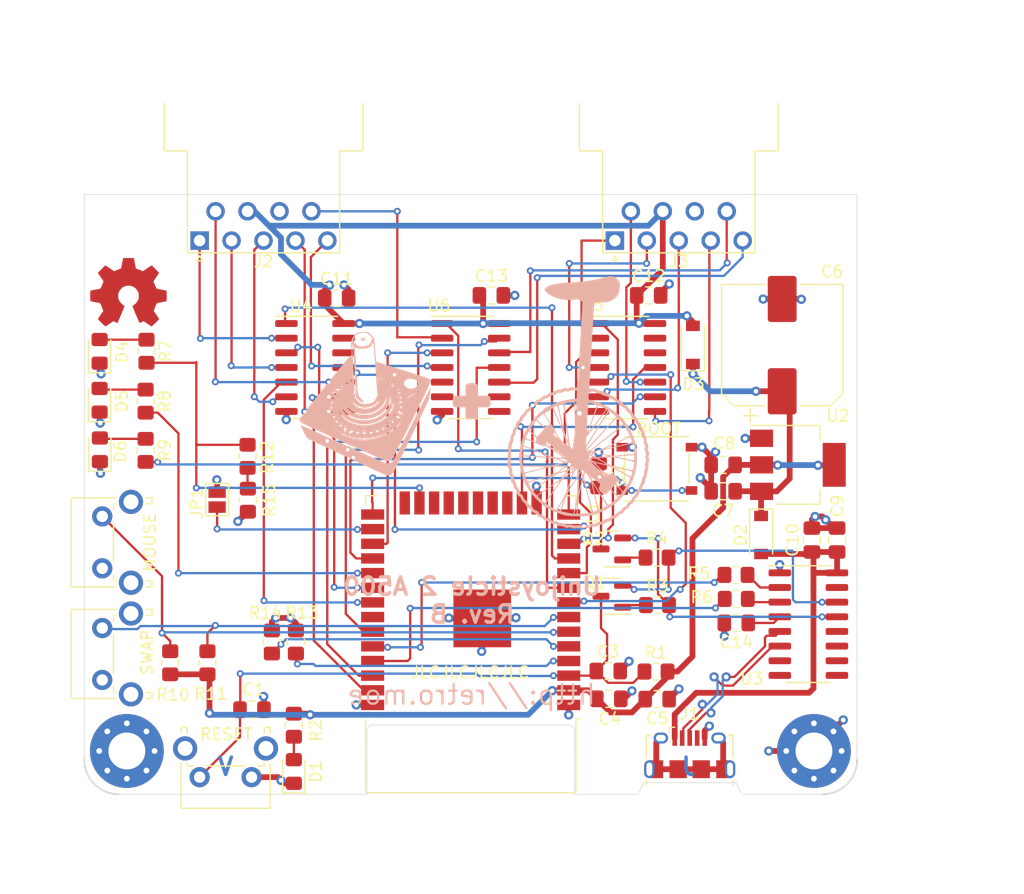
<source format=kicad_pcb>
(kicad_pcb (version 20211014) (generator pcbnew)
  (title_block (title "Unijoysticle 2 A500") (date "2022-05-15") (rev "B") (company "Retro Moe"))
  (layers (0 "F.Cu" signal) (1 "In1.Cu" power) (2 "In2.Cu" power) (31 "B.Cu" signal) (34 "B.Paste" user) (35 "F.Paste" user) (36 "B.SilkS" user "B.Silkscreen") (37 "F.SilkS" user "F.Silkscreen") (38 "B.Mask" user) (39 "F.Mask" user) (44 "Edge.Cuts" user))
  (net 0 "")
  (net 1 "Net-(C6-Pad1)")
  (net 2 "/ESP32/ESP_EN")
  (net 3 "+3V3")
  (net 4 "VBUS")
  (net 5 "GPIO_BOOTSTRAP_04")
  (net 6 "/ESP32/ESP_BOOT")
  (net 7 "Net-(D4-Pad2)")
  (net 8 "Net-(D1-Pad2)")
  (net 9 "/USB Serial & Power/USBD-")
  (net 10 "/USB Serial & Power/USBD+")
  (net 11 "RTS_PROG")
  (net 12 "DTR_PROG")
  (net 13 "Net-(R5-Pad2)")
  (net 14 "Net-(R6-Pad2)")
  (net 15 "+5V")
  (net 16 "Net-(Q1-Pad1)")
  (net 17 "Net-(Q2-Pad1)")
  (net 18 "UART_TX")
  (net 19 "UART_RX")
  (net 20 "GPIO_39")
  (net 21 "GPIO_SWITCH_USER1")
  (net 22 "GPIO_SWITCH_USER2")
  (net 23 "GPIO_J2_LEFT")
  (net 24 "GPIO_J1_POTX")
  (net 25 "GPIO_J2_DOWN")
  (net 26 "GPIO_J1_UP")
  (net 27 "GPIO_J2_UP")
  (net 28 "GPIO_J1_FIRE")
  (net 29 "GPIO_LED_J2")
  (net 30 "GPIO_J2_FIRE")
  (net 31 "GPIO_J1_POTY")
  (net 32 "GPIO_J2_RIGHT")
  (net 33 "GPIO_LED_J1")
  (net 34 "GPIO_J1_DOWN")
  (net 35 "GPIO_J1_LEFT")
  (net 36 "GPIO_J2_POTX")
  (net 37 "GPIO_J2_POTY")
  (net 38 "GPIO_J1_RIGHT")
  (net 39 "Net-(D6-Pad2)")
  (net 40 "/Amiga Ports/J1_UP")
  (net 41 "/Amiga Ports/J1_DOWN")
  (net 42 "/Amiga Ports/J1_LEFT")
  (net 43 "/Amiga Ports/J1_RIGHT")
  (net 44 "/Amiga Ports/J1_POTY")
  (net 45 "/Amiga Ports/J1_FIRE")
  (net 46 "/Amiga Ports/J1_POTX")
  (net 47 "/Amiga Ports/J2_UP")
  (net 48 "/Amiga Ports/J2_DOWN")
  (net 49 "/Amiga Ports/J2_LEFT")
  (net 50 "/Amiga Ports/J2_RIGHT")
  (net 51 "/Amiga Ports/J2_POTY")
  (net 52 "/Amiga Ports/J2_FIRE")
  (net 53 "/Amiga Ports/J2_POTX")
  (net 54 "Net-(D5-Pad2)")
  (net 56 "unconnected-(J1-Pad6)")
  (net 72 "GND")
  (net 73 "GPIO_BOOTSTRAP_15_LED_BT")
  (net 74 "GPIO_36")
  (net 75 "Net-(R12-Pad1)")
  (net 84 "Net-(U3-Pad4)")
  (footprint "Connector_USB:USB_Micro-B_Amphenol_10118194_Horizontal" (layer "F.Cu") (at 132.4864 144.526)
    (fp_text reference "J1")
    (fp_text value "USB_B_Micro")
  )
  (footprint "Connector_Dsub:DSUB-9_Female_Horizontal_P2.77x2.54mm_EdgePinOffset9.40mm" (layer "F.Cu") (at 90 100 180)
    (fp_text reference "J2")
    (fp_text value "PORT JOY #1")
  )
  (footprint "RF_Module:ESP32-WROOM-32" (layer "F.Cu") (at 113.5 132 180)
    (fp_text reference "U1")
    (fp_text value "ESP32-WROOM-32E")
  )
  (footprint "Package_SO:SOIC-16_3.9x9.9mm_P1.27mm" (layer "F.Cu") (at 142.7734 133.2484)
    (fp_text reference "U3")
    (fp_text value "CH340C")
  )
  (footprint "Package_SO:SOIC-14_3.9x8.7mm_P1.27mm" (layer "F.Cu") (at 100 111)
    (fp_text reference "U4")
    (fp_text value "74HC05")
  )
  (footprint "Package_TO_SOT_SMD:SOT-223-3_TabPin2" (layer "F.Cu") (at 141.865 119.44)
    (fp_text reference "U2")
    (fp_text value "AMS1117-3.3")
  )
  (footprint "MountingHole:MountingHole_3.2mm_M3_Pad_Via" (layer "F.Cu") (at 83.693 144.2466)
    (fp_text reference "H1")
    (fp_text value "MountingHole_Pad")
  )
  (footprint "MountingHole:MountingHole_3.2mm_M3_Pad_Via" (layer "F.Cu") (at 143.256 144.2466)
    (fp_text reference "H2")
    (fp_text value "MountingHole_Pad")
  )
  (footprint "Package_SO:SOIC-14_3.9x8.7mm_P1.27mm" (layer "F.Cu") (at 113.5 111)
    (fp_text reference "U6")
    (fp_text value "74HC05")
  )
  (footprint "Package_SO:SOIC-14_3.9x8.7mm_P1.27mm" (layer "F.Cu") (at 127 111)
    (fp_text reference "U5")
    (fp_text value "74HC05")
  )
  (footprint "Package_TO_SOT_SMD:SOT-23" (layer "F.Cu") (at 125.735 130.83 180)
    (fp_text reference "Q1")
    (fp_text value "S8050")
  )
  (footprint "Package_TO_SOT_SMD:SOT-23" (layer "F.Cu") (at 125.735 126.73 180)
    (fp_text reference "Q2")
    (fp_text value "S8050")
  )
  (footprint "Connector_Dsub:DSUB-9_Female_Horizontal_P2.77x2.54mm_EdgePinOffset9.40mm" (layer "F.Cu") (at 126 100 180)
    (fp_text reference "J3")
    (fp_text value "PORT JOY #2")
  )
  (footprint "Resistor_SMD:R_0805_2012Metric_Pad1.20x1.40mm_HandSolder" (layer "F.Cu") (at 85.3948 109.5916 -90)
    (fp_text reference "R7")
    (fp_text value "2.2K")
  )
  (footprint "Resistor_SMD:R_0805_2012Metric_Pad1.20x1.40mm_HandSolder" (layer "F.Cu") (at 98.3488 134.7978 -90)
    (fp_text reference "R13")
    (fp_text value "0")
  )
  (footprint "LED_SMD:LED_0805_2012Metric_Pad1.15x1.40mm_HandSolder" (layer "F.Cu") (at 81.3308 109.601 90)
    (fp_text reference "D4")
    (fp_text value "BLUE")
  )
  (footprint "LED_SMD:LED_0805_2012Metric_Pad1.15x1.40mm_HandSolder" (layer "F.Cu") (at 81.3562 118.1354 90)
    (fp_text reference "D6")
    (fp_text value "RED")
  )
  (footprint "Resistor_SMD:R_0805_2012Metric_Pad1.20x1.40mm_HandSolder" (layer "F.Cu") (at 94.1578 118.7036 90)
    (fp_text reference "R12")
    (fp_text value "2.2K")
  )
  (footprint "Resistor_SMD:R_0805_2012Metric_Pad1.20x1.40mm_HandSolder" (layer "F.Cu") (at 129.5654 137.3632)
    (fp_text reference "R1")
    (fp_text value "10K")
  )
  (footprint "Resistor_SMD:R_0805_2012Metric_Pad1.20x1.40mm_HandSolder" (layer "F.Cu") (at 136.525 131.064)
    (fp_text reference "R6")
    (fp_text value "1K")
  )
  (footprint "Button_Switch_THT:SW_Tactile_SPST_Angled_PTS645Vx39-2LFS" (layer "F.Cu") (at 94.5024 146.5153 180)
    (fp_text reference "SW1")
    (fp_text value "RESET")
  )
  (footprint "Button_Switch_THT:SW_Tactile_SPST_Angled_PTS645Vx39-2LFS" (layer "F.Cu") (at 81.56 128.4114 90)
    (fp_text reference "SW3")
    (fp_text value "MOUSE")
  )
  (footprint "Capacitor_SMD:C_0805_2012Metric_Pad1.18x1.45mm_HandSolder" (layer "F.Cu") (at 135.385 121.73 180)
    (fp_text reference "C7")
    (fp_text value "22uF")
  )
  (footprint "Capacitor_SMD:C_0805_2012Metric_Pad1.18x1.45mm_HandSolder" (layer "F.Cu") (at 101.8794 104.9782)
    (fp_text reference "C11")
    (fp_text value ".1uF")
  )
  (footprint "Capacitor_SMD:C_0805_2012Metric_Pad1.18x1.45mm_HandSolder" (layer "F.Cu") (at 125.476 139.7254)
    (fp_text reference "C4")
    (fp_text value ".1uF")
  )
  (footprint "Jumper:SolderJumper-2_P1.3mm_Open_Pad1.0x1.5mm" (layer "F.Cu") (at 91.5162 122.4534 -90)
    (fp_text reference "JP1")
    (fp_text value "SolderJumper_1_Open")
  )
  (footprint "Capacitor_SMD:C_0805_2012Metric_Pad1.18x1.45mm_HandSolder" (layer "F.Cu") (at 94.5388 140.6652 180)
    (fp_text reference "C1")
    (fp_text value ".1uF")
  )
  (footprint "Capacitor_SMD:C_0805_2012Metric_Pad1.18x1.45mm_HandSolder" (layer "F.Cu") (at 124.587 120.3706 -90)
    (fp_text reference "C2")
    (fp_text value ".1uF")
  )
  (footprint "LED_SMD:LED_0805_2012Metric_Pad1.15x1.40mm_HandSolder" (layer "F.Cu") (at 81.3308 113.8428 90)
    (fp_text reference "D5")
    (fp_text value "GREEN")
  )
  (footprint "Resistor_SMD:R_0805_2012Metric_Pad1.20x1.40mm_HandSolder" (layer "F.Cu") (at 129.6924 131.5974)
    (fp_text reference "R3")
    (fp_text value "10K")
  )
  (footprint "Capacitor_SMD:C_0805_2012Metric_Pad1.18x1.45mm_HandSolder" (layer "F.Cu") (at 143.0782 125.9586 90)
    (fp_text reference "C10")
    (fp_text value "1uF")
  )
  (footprint "Diode_SMD:D_SOD-123" (layer "F.Cu") (at 138.675 125.52 -90)
    (fp_text reference "D2")
    (fp_text value "1N5819")
  )
  (footprint "Capacitor_SMD:C_0805_2012Metric_Pad1.18x1.45mm_HandSolder" (layer "F.Cu") (at 145.2626 125.9586 90)
    (fp_text reference "C9")
    (fp_text value ".1uF")
  )
  (footprint "Capacitor_SMD:C_0805_2012Metric_Pad1.18x1.45mm_HandSolder" (layer "F.Cu") (at 129.667 139.7508 180)
    (fp_text reference "C5")
    (fp_text value "22uF")
  )
  (footprint "Resistor_SMD:R_0805_2012Metric_Pad1.20x1.40mm_HandSolder" (layer "F.Cu") (at 96.266 134.7978 -90)
    (fp_text reference "R14")
    (fp_text value "0")
  )
  (footprint "Button_Switch_THT:SW_Tactile_SPST_Angled_PTS645Vx39-2LFS" (layer "F.Cu") (at 81.56 138.0888 90)
    (fp_text reference "SW4")
    (fp_text value "SWAP")
  )
  (footprint "Resistor_SMD:R_0805_2012Metric_Pad1.20x1.40mm_HandSolder" (layer "F.Cu") (at 85.3186 113.919 -90)
    (fp_text reference "R8")
    (fp_text value "2.2K")
  )
  (footprint "Resistor_SMD:R_0805_2012Metric_Pad1.20x1.40mm_HandSolder" (layer "F.Cu") (at 129.6576 127.4826)
    (fp_text reference "R4")
    (fp_text value "10K")
  )
  (footprint "Capacitor_SMD:CP_Elec_10x10" (layer "F.Cu") (at 140.505 109.06 90)
    (fp_text reference "C6")
    (fp_text value "1500uF")
  )
  (footprint "Resistor_SMD:R_0805_2012Metric_Pad1.20x1.40mm_HandSolder" (layer "F.Cu") (at 85.3186 118.1862 -90)
    (fp_text reference "R9")
    (fp_text value "2.2K")
  )
  (footprint "Resistor_SMD:R_0805_2012Metric_Pad1.20x1.40mm_HandSolder" (layer "F.Cu") (at 98.171 142.0114 90)
    (fp_text reference "R2")
    (fp_text value "2.2K")
  )
  (footprint "Capacitor_SMD:C_0805_2012Metric_Pad1.18x1.45mm_HandSolder" (layer "F.Cu") (at 135.385 119.444 180)
    (fp_text reference "C8")
    (fp_text value "22uF")
  )
  (footprint "Resistor_SMD:R_0805_2012Metric_Pad1.20x1.40mm_HandSolder" (layer "F.Cu") (at 90.678 136.6 90)
    (fp_text reference "R11")
    (fp_text value "10K")
  )
  (footprint "Symbol:OSHW-Symbol_6.7x6mm_Copper" (layer "F.Cu") (at 83.825 104.49)
    (fp_text reference "REF**" hide)
    (fp_text value "OSHW-Symbol_6.7x6mm_Copper" hide)
  )
  (footprint "LED_SMD:LED_0805_2012Metric_Pad1.15x1.40mm_HandSolder" (layer "F.Cu") (at 98.171 146.0246 90)
    (fp_text reference "D1")
    (fp_text value "PWR")
  )
  (footprint "Resistor_SMD:R_0805_2012Metric_Pad1.20x1.40mm_HandSolder" (layer "F.Cu") (at 136.4996 128.9812)
    (fp_text reference "R5")
    (fp_text value "1K")
  )
  (footprint "Capacitor_SMD:C_0805_2012Metric_Pad1.18x1.45mm_HandSolder" (layer "F.Cu") (at 125.4252 137.3124)
    (fp_text reference "C3")
    (fp_text value "10uF")
  )
  (footprint "Capacitor_SMD:C_0805_2012Metric_Pad1.18x1.45mm_HandSolder" (layer "F.Cu") (at 128.9304 104.7496)
    (fp_text reference "C12")
    (fp_text value ".1uF")
  )
  (footprint "Diode_SMD:D_SOD-123" (layer "F.Cu") (at 132.7658 109.0422 90)
    (fp_text reference "D3")
    (fp_text value "1N5819")
  )
  (footprint "Unijoysticle:SW_Push_1P1T_NO_5.1x5.1mm" (layer "F.Cu") (at 129.6416 119.7864)
    (fp_text reference "SW2")
    (fp_text value "BOOT")
  )
  (footprint "Capacitor_SMD:C_0805_2012Metric_Pad1.18x1.45mm_HandSolder" (layer "F.Cu") (at 136.525 133.1468 180)
    (fp_text reference "C14")
    (fp_text value ".1uF")
  )
  (footprint "Resistor_SMD:R_0805_2012Metric_Pad1.20x1.40mm_HandSolder" (layer "F.Cu") (at 87.4522 136.6 90)
    (fp_text reference "R10")
    (fp_text value "10K")
  )
  (footprint "Resistor_SMD:R_0805_2012Metric_Pad1.20x1.40mm_HandSolder" (layer "F.Cu") (at 94.1832 122.5042 90)
    (fp_text reference "R15")
    (fp_text value "0")
  )
  (footprint "Capacitor_SMD:C_0805_2012Metric_Pad1.18x1.45mm_HandSolder" (layer "F.Cu") (at 115.2906 104.7496)
    (fp_text reference "C13")
    (fp_text value ".1uF")
  )
  (footprint "Unijoysticle:unijoysticle_logo" (layer "B.Cu") (at 113.6904 114.1476 180)
    (fp_text reference "G***" hide)
    (fp_text value "LOGO" hide)
  )
  (gr_line (start 80 96) (end 80 145) (layer "Edge.Cuts") (width 0.05))
  (gr_line (start 83 148) (end 104.5 148) (layer "Edge.Cuts") (width 0.05))
  (gr_line (start 147 96) (end 80 96) (layer "Edge.Cuts") (width 0.05))
  (gr_line (start 147 145) (end 147 96) (layer "Edge.Cuts") (width 0.05))
  (gr_line (start 137 148) (end 144 148) (layer "Edge.Cuts") (width 0.05))
  (gr_line (start 136.5 147) (end 137 148) (layer "Edge.Cuts") (width 0.05))
  (gr_arc (start 83 148) (mid 80.87868 147.12132) (end 80 145) (layer "Edge.Cuts") (width 0.15))
  (gr_line (start 122.5 148) (end 122.50059 142.49761) (layer "Edge.Cuts") (width 0.05))
  (gr_arc (start 147 145) (mid 146.12132 147.12132) (end 144 148) (layer "Edge.Cuts") (width 0.15))
  (gr_arc (start 104.49921 142.49761) (mid 104.648 142.1384) (end 105.00721 141.98961) (layer "Edge.Cuts") (width 0.05))
  (gr_line (start 128.5 147) (end 136.5 147) (layer "Edge.Cuts") (width 0.05))
  (gr_arc (start 121.99259 141.98961) (mid 122.3518 142.1384) (end 122.50059 142.49761) (layer "Edge.Cuts") (width 0.05))
  (gr_line (start 128 148) (end 122.5 148) (layer "Edge.Cuts") (width 0.05))
  (gr_line (start 104.49921 142.49761) (end 104.5 148) (layer "Edge.Cuts") (width 0.05))
  (gr_line (start 128.5 147) (end 128 148) (layer "Edge.Cuts") (width 0.05))
  (gr_line (start 121.99259 141.98961) (end 105.00721 141.98961) (layer "Edge.Cuts") (width 0.05))
  (gr_text "V" (at 92.2528 145.6) (layer "B.Cu") (effects (font (size 1.5 1.5) (thickness 0.3))))
  (gr_text "J" (at 132.3848 145.6) (layer "B.Cu") (effects (font (size 1.5 1.5) (thickness 0.3)) (justify mirror)))
  (gr_text "Unijoysticle 2 A500\nRev. B" (at 113.62 131.185) (layer "B.SilkS") (effects (font (size 1.5 1.5) (thickness 0.3)) (justify mirror)))
  (gr_text "http://retro.moe" (at 113.5634 139.3698) (layer "B.SilkS") (effects (font (size 1.7 1.7) (thickness 0.2)) (justify mirror)))
  (gr_text "JLCJLCJLCJLC" (at 113.435 137.43) (layer "F.SilkS") (effects (font (size 1 1))))
  (segment (start 141.155 113.71) (end 141.155 120.62) (width 0.5) (layer "F.Cu") (net 1))
  (segment (start 140.035 121.74) (end 138.715 121.74) (width 0.5) (layer "F.Cu") (net 1))
  (segment (start 138.675 121.78) (end 138.715 121.74) (width 0.5) (layer "F.Cu") (net 1))
  (segment (start 138.675 123.87) (end 138.675 121.78) (width 0.5) (layer "F.Cu") (net 1))
  (segment (start 141.155 120.62) (end 140.035 121.74) (width 0.5) (layer "F.Cu") (net 1))
  (segment (start 138.9842 113.06) (end 138.225 113.06) (width 0.5) (layer "F.Cu") (net 1))
  (segment (start 132.7658 110.6922) (end 132.7658 111.5568) (width 0.5) (layer "F.Cu") (net 1))
  (segment (start 136.4225 121.73) (end 138.705 121.73) (width 0.5) (layer "F.Cu") (net 1))
  (segment (start 140.505 113.06) (end 141.155 113.71) (width 0.5) (layer "F.Cu") (net 1))
  (segment (start 138.705 121.73) (end 138.715 121.74) (width 0.5) (layer "F.Cu") (net 1))
  (segment (start 140.505 113.06) (end 138.9842 113.06) (width 0.5) (layer "F.Cu") (net 1))
  (via (at 132.7658 111.5568) (size 0.8) (drill 0.4) (layers "F.Cu" "B.Cu") (net 1))
  (via (at 138.225 113.06) (size 0.8) (drill 0.4) (layers "F.Cu" "B.Cu") (net 1))
  (segment (start 132.7658 111.5568) (end 134.269 113.06) (width 0.5) (layer "B.Cu") (net 1))
  (segment (start 134.269 113.06) (end 138.225 113.06) (width 0.5) (layer "B.Cu") (net 1))
  (segment (start 125.32472 134.12392) (end 125.32472 136.37538) (width 0.2) (layer "F.Cu") (net 2))
  (segment (start 93.5013 140.6652) (end 93.5013 143.0164) (width 0.2) (layer "F.Cu") (net 2))
  (segment (start 120.6792 137.715) (end 120.6754 137.7188) (width 0.2) (layer "F.Cu") (net 2))
  (segment (start 124.3877 137.3124) (end 123.9851 137.715) (width 0.2) (layer "F.Cu") (net 2))
  (segment (start 93.5228 140.6437) (end 93.5013 140.6652) (width 0.2) (layer "F.Cu") (net 2))
  (segment (start 125.32472 136.37538) (end 124.3877 137.3124) (width 0.2) (layer "F.Cu") (net 2))
  (segment (start 93.5228 137.541) (end 93.5228 140.6437) (width 0.2) (layer "F.Cu") (net 2))
  (segment (start 128.5654 137.3632) (end 127.59168 138.33692) (width 0.2) (layer "F.Cu") (net 2))
  (segment (start 122 137.715) (end 120.6792 137.715) (width 0.2) (layer "F.Cu") (net 2))
  (segment (start 123.9851 137.715) (end 122 137.715) (width 0.2) (layer "F.Cu") (net 2))
  (segment (start 127.59168 138.33692) (end 125.41222 138.33692) (width 0.2) (layer "F.Cu") (net 2))
  (segment (start 124.7975 133.5967) (end 125.32472 134.12392) (width 0.2) (layer "F.Cu") (net 2))
  (segment (start 93.5013 143.0164) (end 90.0024 146.5153) (width 0.2) (layer "F.Cu") (net 2))
  (segment (start 125.41222 138.33692) (end 124.3877 137.3124) (width 0.2) (layer "F.Cu") (net 2))
  (segment (start 124.7975 130.83) (end 124.7975 133.5967) (width 0.2) (layer "F.Cu") (net 2))
  (via (at 120.6754 137.7188) (size 0.6) (drill 0.3) (layers "F.Cu" "B.Cu") (net 2))
  (via (at 93.5228 137.541) (size 0.6) (drill 0.3) (layers "F.Cu" "B.Cu") (net 2))
  (segment (start 114.202838 137.7442) (end 113.999638 137.541) (width 0.2) (layer "B.Cu") (net 2))
  (segment (start 120.523 137.7188) (end 120.4976 137.7442) (width 0.2) (layer "B.Cu") (net 2))
  (segment (start 113.999638 137.541) (end 93.5228 137.541) (width 0.2) (layer "B.Cu") (net 2))
  (segment (start 120.4976 137.7442) (end 114.202838 137.7442) (width 0.2) (layer "B.Cu") (net 2))
  (segment (start 120.6754 137.7188) (end 120.523 137.7188) (width 0.2) (layer "B.Cu") (net 2))
  (segment (start 90.678 137.6) (end 87.4522 137.6) (width 0.5) (layer "F.Cu") (net 3))
  (segment (start 90.8558 137.8044) (end 90.678 137.6266) (width 0.5) (layer "F.Cu") (net 3))
  (segment (start 136.4225 119.444) (end 138.711 119.444) (width 0.5) (layer "F.Cu") (net 3))
  (segment (start 120.603 138.985) (end 120.5738 139.0142) (width 0.5) (layer "F.Cu") (net 3))
  (segment (start 131.4196 137.3632) (end 131.5466 137.2362) (width 0.5) (layer "F.Cu") (net 3))
  (segment (start 99.485156 141.0114) (end 99.582078 141.108322) (width 0.5) (layer "F.Cu") (net 3))
  (segment (start 132.725 136.0578) (end 132.725 125.82) (width 0.5) (layer "F.Cu") (net 3))
  (segment (start 131.5466 137.2362) (end 132.725 136.0578) (width 0.5) (layer "F.Cu") (net 3))
  (segment (start 138.715 119.44) (end 140.095 119.44) (width 0.5) (layer "F.Cu") (net 3))
  (segment (start 98.171 141.0114) (end 99.485156 141.0114) (width 0.5) (layer "F.Cu") (net 3))
  (segment (start 122 138.985) (end 120.603 138.985) (width 0.5) (layer "F.Cu") (net 3))
  (segment (start 130.5654 137.3632) (end 131.4196 137.3632) (width 0.5) (layer "F.Cu") (net 3))
  (segment (start 90.8558 140.97) (end 90.8558 137.7778) (width 0.5) (layer "F.Cu") (net 3))
  (segment (start 128.6295 139.7508) (end 127.48038 140.89992) (width 0.5) (layer "F.Cu") (net 3))
  (segment (start 130.5654 137.3632) (end 130.5654 137.8149) (width 0.5) (layer "F.Cu") (net 3))
  (segment (start 140.095 119.44) (end 140.115 119.46) (width 0.5) (layer "F.Cu") (net 3))
  (segment (start 138.711 119.444) (end 138.715 119.44) (width 0.5) (layer "F.Cu") (net 3))
  (segment (start 127.48038 140.89992) (end 125.61302 140.89992) (width 0.5) (layer "F.Cu") (net 3))
  (segment (start 130.5654 137.8149) (end 128.6295 139.7508) (width 0.5) (layer "F.Cu") (net 3))
  (segment (start 135.38548 123.15952) (end 132.725 125.82) (width 0.5) (layer "F.Cu") (net 3))
  (segment (start 124.4385 139.7254) (end 123.6981 138.985) (width 0.5) (layer "F.Cu") (net 3))
  (segment (start 125.61302 140.89992) (end 124.4385 139.7254) (width 0.5) (layer "F.Cu") (net 3))
  (segment (start 136.4225 119.444) (end 135.38548 120.48102) (width 0.5) (layer "F.Cu") (net 3))
  (segment (start 90.8558 137.7778) (end 90.678 137.6) (width 0.5) (layer "F.Cu") (net 3))
  (segment (start 123.6981 138.985) (end 122 138.985) (width 0.5) (layer "F.Cu") (net 3))
  (segment (start 144.975 119.48) (end 145.015 119.44) (width 0.5) (layer "F.Cu") (net 3))
  (segment (start 143.605 119.48) (end 144.975 119.48) (width 0.5) (layer "F.Cu") (net 3))
  (segment (start 135.38548 120.48102) (end 135.38548 123.15952) (width 0.5) (layer "F.Cu") (net 3))
  (via (at 90.8558 140.97) (size 0.8) (drill 0.4) (layers "F.Cu" "B.Cu") (net 3))
  (via (at 140.115 119.46) (size 0.8) (drill 0.4) (layers "F.Cu" "B.Cu") (net 3))
  (via (at 143.605 119.48) (size 0.8) (drill 0.4) (layers "F.Cu" "B.Cu") (net 3))
  (via (at 120.5738 139.0142) (size 0.8) (drill 0.4) (layers "F.Cu" "B.Cu") (net 3))
  (via (at 99.582078 141.108322) (size 0.8) (drill 0.4) (layers "F.Cu" "B.Cu") (net 3))
  (segment (start 118.479678 141.108322) (end 120.5738 139.0142) (width 0.5) (layer "B.Cu") (net 3))
  (segment (start 99.582078 141.108322) (end 118.479678 141.108322) (width 0.5) (layer "B.Cu") (net 3))
  (segment (start 143.585 119.46) (end 143.605 119.48) (width 0.5) (layer "B.Cu") (net 3))
  (segment (start 90.994122 141.108322) (end 99.582078 141.108322) (width 0.5) (layer "B.Cu") (net 3))
  (segment (start 142.485 119.46) (end 143.585 119.46) (width 0.5) (layer "B.Cu") (net 3))
  (segment (start 140.115 119.46) (end 142.485 119.46) (width 0.5) (layer "B.Cu") (net 3))
  (segment (start 90.8558 140.97) (end 90.994122 141.108322) (width 0.5) (layer "B.Cu") (net 3))
  (segment (start 143.215 138.82) (end 142.835 139.2) (width 0.5) (layer "F.Cu") (net 4))
  (segment (start 133.057085 139.2) (end 132.00605 140.251035) (width 0.5) (layer "F.Cu") (net 4))
  (segment (start 145.2626 126.9961) (end 143.0782 126.9961) (width 0.5) (layer "F.Cu") (net 4))
  (segment (start 132.006035 140.251035) (end 131.1864 141.07067) (width 0.5) (layer "F.Cu") (net 4))
  (segment (start 138.675 127.17) (end 142.9043 127.17) (width 0.5) (layer "F.Cu") (net 4))
  (segment (start 143.215 130.283951) (end 143.215 128.68) (width 0.5) (layer "F.Cu") (net 4))
  (segment (start 143.3384 128.8034) (end 143.215 128.68) (width 0.5) (layer "F.Cu") (net 4))
  (segment (start 143.215 127.1329) (end 143.0782 126.9961) (width 0.5) (layer "F.Cu") (net 4))
  (segment (start 131.1864 141.07067) (end 131.1864 143.126) (width 0.5) (layer "F.Cu") (net 4))
  (segment (start 132.00605 140.251035) (end 132.006035 140.251035) (width 0.5) (layer "F.Cu") (net 4))
  (segment (start 142.835 139.2) (end 133.057085 139.2) (width 0.5) (layer "F.Cu") (net 4))
  (segment (start 143.215 128.68) (end 143.215 127.1329) (width 0.5) (layer "F.Cu") (net 4))
  (segment (start 145.2484 128.8034) (end 143.3384 128.8034) (width 0.5) (layer "F.Cu") (net 4))
  (segment (start 143.215 130.283951) (end 143.215 138.82) (width 0.5) (layer "F.Cu") (net 4))
  (segment (start 145.2626 128.7892) (end 145.2484 128.8034) (width 0.5) (layer "F.Cu") (net 4))
  (segment (start 145.2626 126.9961) (end 145.2626 128.7892) (width 0.5) (layer "F.Cu") (net 4))
  (segment (start 142.9043 127.17) (end 143.0782 126.9961) (width 0.5) (layer "F.Cu") (net 4))
  (segment (start 91.5162 123.1034) (end 91.5162 124.9934) (width 0.2) (layer "F.Cu") (net 5))
  (segment (start 103.712 125.015) (end 103.6828 125.0442) (width 0.2) (layer "F.Cu") (net 5))
  (segment (start 105 125.015) (end 103.712 125.015) (width 0.2) (layer "F.Cu") (net 5))
  (via (at 91.5162 124.9934) (size 0.6) (drill 0.3) (layers "F.Cu" "B.Cu") (net 5))
  (via (at 103.6828 125.0442) (size 0.6) (drill 0.3) (layers "F.Cu" "B.Cu") (net 5))
  (segment (start 91.567 125.0442) (end 91.5162 124.9934) (width 0.2) (layer "B.Cu") (net 5))
  (segment (start 103.6828 125.0442) (end 91.567 125.0442) (width 0.2) (layer "B.Cu") (net 5))
  (segment (start 124.7975 121.6186) (end 124.587 121.4081) (width 0.2) (layer "F.Cu") (net 6))
  (segment (start 104.9528 122.682) (end 105 122.7292) (width 0.2) (layer "F.Cu") (net 6))
  (segment (start 124.6632 120.4976) (end 124.6632 121.3319) (width 0.2) (layer "F.Cu") (net 6))
  (segment (start 126.6416 121.6614) (end 126.6416 120.983) (width 0.2) (layer "F.Cu") (net 6))
  (segment (start 124.6632 121.3319) (end 124.587 121.4081) (width 0.2) (layer "F.Cu") (net 6))
  (segment (start 124.587 121.4081) (end 123.7957 121.4081) (width 0.2) (layer "F.Cu") (net 6))
  (segment (start 127.4572 121.666) (end 126.6462 121.666) (width 0.2) (layer "F.Cu") (net 6))
  (segment (start 105 122.7292) (end 105 123.745) (width 0.2) (layer "F.Cu") (net 6))
  (segment (start 104.9528 120.6246) (end 104.9528 122.682) (width 0.2) (layer "F.Cu") (net 6))
  (segment (start 132.6416 121.6614) (end 131.8306 121.6614) (width 0.2) (layer "F.Cu") (net 6))
  (segment (start 126.6416 120.983) (end 126.6444 120.9802) (width 0.2) (layer "F.Cu") (net 6))
  (segment (start 126.6462 121.666) (end 126.6416 121.6614) (width 0.2) (layer "F.Cu") (net 6))
  (segment (start 131.8306 121.6614) (end 131.826 121.666) (width 0.2) (layer "F.Cu") (net 6))
  (segment (start 123.7957 121.4081) (end 123.571 121.1834) (width 0.2) (layer "F.Cu") (net 6))
  (segment (start 105.0036 120.5738) (end 104.9528 120.6246) (width 0.2) (layer "F.Cu") (net 6))
  (segment (start 124.7975 126.73) (end 124.7975 121.6186) (width 0.2) (layer "F.Cu") (net 6))
  (via (at 123.571 121.1834) (size 0.6) (drill 0.3) (layers "F.Cu" "B.Cu") (net 6))
  (via (at 124.6632 120.4976) (size 0.6) (drill 0.3) (layers "F.Cu" "B.Cu") (net 6))
  (via (at 126.6444 120.9802) (size 0.6) (drill 0.3) (layers "F.Cu" "B.Cu") (net 6))
  (via (at 127.4572 121.666) (size 0.6) (drill 0.3) (layers "F.Cu" "B.Cu") (net 6))
  (via (at 105.0036 120.5738) (size 0.6) (drill 0.3) (layers "F.Cu" "B.Cu") (net 6))
  (via (at 131.826 121.666) (size 0.6) (drill 0.3) (layers "F.Cu" "B.Cu") (net 6))
  (segment (start 122.973089 120.585489) (end 105.015289 120.585489) (width 0.2) (layer "B.Cu") (net 6))
  (segment (start 131.826 121.666) (end 127.4572 121.666) (width 0.2) (layer "B.Cu") (net 6))
  (segment (start 105.015289 120.585489) (end 105.0036 120.5738) (width 0.2) (layer "B.Cu") (net 6))
  (segment (start 126.6444 120.9802) (end 126.1618 120.4976) (width 0.2) (layer "B.Cu") (net 6))
  (segment (start 126.1618 120.4976) (end 124.6632 120.4976) (width 0.2) (layer "B.Cu") (net 6))
  (segment (start 123.571 121.1834) (end 122.973089 120.585489) (width 0.2) (layer "B.Cu") (net 6))
  (segment (start 85.3948 108.5916) (end 81.3464 108.5916) (width 0.2) (layer "F.Cu") (net 7))
  (segment (start 81.3464 108.5916) (end 81.3308 108.576) (width 0.2) (layer "F.Cu") (net 7))
  (segment (start 98.171 143.0114) (end 98.171 144.9996) (width 0.2) (layer "F.Cu") (net 8))
  (segment (start 133.583768 140.627533) (end 133.583768 140.203268) (width 0.2) (layer "F.Cu") (net 9))
  (segment (start 134.900019 138.125519) (end 134.900019 138.136153) (width 0.2) (layer "F.Cu") (net 9))
  (segment (start 131.8364 143.126) (end 131.8364 142.651) (width 0.2) (layer "F.Cu") (net 9))
  (segment (start 131.8364 142.651) (end 131.9364 142.551) (width 0.2) (layer "F.Cu") (net 9))
  (segment (start 134.900019 138.136153) (end 135.339347 138.575481) (width 0.2) (layer "F.Cu") (net 9))
  (segment (start 139.664797 135.1534) (end 140.2984 135.1534) (width 0.2) (layer "F.Cu") (net 9))
  (segment (start 135.339347 138.575481) (end 136.242716 138.575481) (width 0.2) (layer "F.Cu") (net 9))
  (segment (start 134.6 137.8255) (end 134.900019 138.125519) (width 0.2) (layer "F.Cu") (net 9))
  (segment (start 131.9364 142.551) (end 131.9364 142.274901) (width 0.2) (layer "F.Cu") (net 9))
  (segment (start 136.242716 138.575481) (end 139.664797 135.1534) (width 0.2) (layer "F.Cu") (net 9))
  (segment (start 131.9364 142.274901) (end 133.583768 140.627533) (width 0.2) (layer "F.Cu") (net 9))
  (via (at 134.6 137.8255) (size 0.8) (drill 0.4) (layers "F.Cu" "B.Cu") (net 9))
  (via (at 133.583768 140.203268) (size 0.8) (drill 0.4) (layers "F.Cu" "B.Cu") (net 9))
  (segment (start 133.583768 140.203268) (end 134.008033 140.203268) (width 0.2) (layer "B.Cu") (net 9))
  (segment (start 134.008033 140.203268) (end 134.899999 139.311302) (width 0.2) (layer "B.Cu") (net 9))
  (segment (start 134.899999 138.125499) (end 134.6 137.8255) (width 0.2) (layer "B.Cu") (net 9))
  (segment (start 134.899999 139.311302) (end 134.899999 138.125499) (width 0.2) (layer "B.Cu") (net 9))
  (segment (start 139.92792 134.25388) (end 140.2984 133.8834) (width 0.2) (layer "F.Cu") (net 10))
  (segment (start 132.3864 142.461299) (end 133.901967 140.945732) (width 0.2) (layer "F.Cu") (net 10))
  (segment (start 132.4864 143.126) (end 132.4864 142.651) (width 0.2) (layer "F.Cu") (net 10))
  (segment (start 132.4864 142.651) (end 132.3864 142.551) (width 0.2) (layer "F.Cu") (net 10))
  (segment (start 133.901967 140.945732) (end 134.326232 140.945732) (width 0.2) (layer "F.Cu") (net 10))
  (segment (start 136.3563 137.8255) (end 139.01293 135.16887) (width 0.2) (layer "F.Cu") (net 10))
  (segment (start 139.01293 134.403889) (end 139.162939 134.25388) (width 0.2) (layer "F.Cu") (net 10))
  (segment (start 135.65 137.8255) (end 136.3563 137.8255) (width 0.2) (layer "F.Cu") (net 10))
  (segment (start 139.162939 134.25388) (end 139.92792 134.25388) (width 0.2) (layer "F.Cu") (net 10))
  (segment (start 132.3864 142.551) (end 132.3864 142.461299) (width 0.2) (layer "F.Cu") (net 10))
  (segment (start 139.01293 135.16887) (end 139.01293 134.403889) (width 0.2) (layer "F.Cu") (net 10))
  (via (at 134.326232 140.945732) (size 0.8) (drill 0.4) (layers "F.Cu" "B.Cu") (net 10))
  (via (at 135.65 137.8255) (size 0.8) (drill 0.4) (layers "F.Cu" "B.Cu") (net 10))
  (segment (start 135.350001 138.125499) (end 135.65 137.8255) (width 0.2) (layer "B.Cu") (net 10))
  (segment (start 134.326232 140.521467) (end 135.350001 139.497698) (width 0.2) (layer "B.Cu") (net 10))
  (segment (start 135.350001 139.497698) (end 135.350001 138.125499) (width 0.2) (layer "B.Cu") (net 10))
  (segment (start 134.326232 140.945732) (end 134.326232 140.521467) (width 0.2) (layer "B.Cu") (net 10))
  (segment (start 130.6576 127.4826) (end 130.6576 130.2157) (width 0.2) (layer "F.Cu") (net 11))
  (segment (start 127.2993 129.88) (end 127.6604 130.2411) (width 0.2) (layer "F.Cu") (net 11))
  (segment (start 130.6576 130.2157) (end 130.6322 130.2411) (width 0.2) (layer "F.Cu") (net 11))
  (segment (start 131.2418 126.8984) (end 130.6576 127.4826) (width 0.2) (layer "F.Cu") (net 11))
  (segment (start 145.2484 131.3434) (end 143.9711 131.3434) (width 0.2) (layer "F.Cu") (net 11))
  (segment (start 143.9711 131.3434) (end 143.9645 131.35) (width 0.2) (layer "F.Cu") (net 11))
  (segment (start 131.5466 126.8984) (end 131.2418 126.8984) (width 0.2) (layer "F.Cu") (net 11))
  (segment (start 126.6725 129.88) (end 127.2993 129.88) (width 0.2) (layer "F.Cu") (net 11))
  (via (at 131.5466 126.8984) (size 0.6) (drill 0.3) (layers "F.Cu" "B.Cu") (net 11))
  (via (at 127.6604 130.2411) (size 0.6) (drill 0.3) (layers "F.Cu" "B.Cu") (net 11))
  (via (at 143.9645 131.35) (size 0.6) (drill 0.3) (layers "F.Cu" "B.Cu") (net 11))
  (via (at 130.6322 130.2411) (size 0.6) (drill 0.3) (layers "F.Cu" "B.Cu") (net 11))
  (segment (start 127.889 130.2411) (end 127.6604 130.2411) (width 0.2) (layer "B.Cu") (net 11))
  (segment (start 131.560311 126.884689) (end 131.5466 126.8984) (width 0.2) (layer "B.Cu") (net 11))
  (segment (start 141.435422 126.93) (end 141.390111 126.884689) (width 0.2) (layer "B.Cu") (net 11))
  (segment (start 143.9645 131.35) (end 141.665 131.35) (width 0.2) (layer "B.Cu") (net 11))
  (segment (start 141.390111 126.884689) (end 131.560311 126.884689) (width 0.2) (layer "B.Cu") (net 11))
  (segment (start 127.889 130.2411) (end 130.6322 130.2411) (width 0.2) (layer "B.Cu") (net 11))
  (segment (start 141.665 131.35) (end 141.435422 131.120422) (width 0.2) (layer "B.Cu") (net 11))
  (segment (start 141.435422 131.120422) (end 141.435422 126.93) (width 0.2) (layer "B.Cu") (net 11))
  (segment (start 129.7432 130.6482) (end 129.7432 125.8062) (width 0.2) (layer "F.Cu") (net 12))
  (segment (start 126.6733 125.7808) (end 126.6725 125.78) (width 0.2) (layer "F.Cu") (net 12))
  (segment (start 130.7592 132.6134) (end 130.7592 131.6642) (width 0.2) (layer "F.Cu") (net 12))
  (segment (start 127.7366 125.7808) (end 126.6733 125.7808) (width 0.2) (layer "F.Cu") (net 12))
  (segment (start 145.2484 132.6134) (end 143.9672 132.6134) (width 0.2) (layer "F.Cu") (net 12))
  (segment (start 130.7592 131.6642) (end 130.6924 131.5974) (width 0.2) (layer "F.Cu") (net 12))
  (segment (start 130.6924 131.5974) (end 129.7432 130.6482) (width 0.2) (layer "F.Cu") (net 12))
  (via (at 129.7432 125.8062) (size 0.6) (drill 0.3) (layers "F.Cu" "B.Cu") (net 12))
  (via (at 143.9672 132.6134) (size 0.6) (drill 0.3) (layers "F.Cu" "B.Cu") (net 12))
  (via (at 127.7366 125.7808) (size 0.6) (drill 0.3) (layers "F.Cu" "B.Cu") (net 12))
  (via (at 130.7592 132.6134) (size 0.6) (drill 0.3) (layers "F.Cu" "B.Cu") (net 12))
  (segment (start 127.762 125.8062) (end 127.7366 125.7808) (width 0.2) (layer "B.Cu") (net 12))
  (segment (start 143.9672 132.6134) (end 130.7592 132.6134) (width 0.2) (layer "B.Cu") (net 12))
  (segment (start 129.7432 125.8062) (end 127.762 125.8062) (width 0.2) (layer "B.Cu") (net 12))
  (segment (start 140.2984 130.0734) (end 138.5918 130.0734) (width 0.2) (layer "F.Cu") (net 13))
  (segment (start 138.5918 130.0734) (end 137.4996 128.9812) (width 0.2) (layer "F.Cu") (net 13))
  (segment (start 137.8044 131.3434) (end 137.525 131.064) (width 0.2) (layer "F.Cu") (net 14))
  (segment (start 140.2984 131.3434) (end 137.8044 131.3434) (width 0.2) (layer "F.Cu") (net 14))
  (segment (start 129.475 107.19) (end 128.1196 107.19) (width 0.5) (layer "F.Cu") (net 15))
  (segment (start 132.7658 107.3922) (end 132.7658 107.0539) (width 0.5) (layer "F.Cu") (net 15))
  (segment (start 100.8419 104.9782) (end 100.8419 104.617643) (width 0.5) (layer "F.Cu") (net 15))
  (segment (start 100.8419 105.5569) (end 102.475 107.19) (width 0.5) (layer "F.Cu") (net 15))
  (segment (start 114.5794 107.188) (end 114.5794 105.0759) (width 0.5) (layer "F.Cu") (net 15))
  (segment (start 132.5636 107.19) (end 132.7658 107.3922) (width 0.5) (layer "F.Cu") (net 15))
  (segment (start 102.475 107.19) (end 103.8586 107.19) (width 0.5) (layer "F.Cu") (net 15))
  (segment (start 132.7658 107.0539) (end 132.2395 106.5276) (width 0.5) (layer "F.Cu") (net 15))
  (segment (start 114.5794 105.0759) (end 114.2531 104.7496) (width 0.5) (layer "F.Cu") (net 15))
  (segment (start 128.1196 107.19) (end 128.0922 107.1626) (width 0.5) (layer "F.Cu") (net 15))
  (segment (start 103.8586 107.19) (end 103.8606 107.188) (width 0.5) (layer "F.Cu") (net 15))
  (segment (start 100.8419 104.9782) (end 100.8419 105.5569) (width 0.5) (layer "F.Cu") (net 15))
  (segment (start 130.155 102.4875) (end 127.8929 104.7496) (width 0.5) (layer "F.Cu") (net 15))
  (segment (start 115.975 107.19) (end 114.5814 107.19) (width 0.5) (layer "F.Cu") (net 15))
  (segment (start 114.5814 107.19) (end 114.5794 107.188) (width 0.5) (layer "F.Cu") (net 15))
  (segment (start 100.8419 104.2885) (end 101.2698 103.8606) (width 0.5) (layer "F.Cu") (net 15))
  (segment (start 130.155 97.46) (end 130.155 102.4875) (width 0.5) (layer "F.Cu") (net 15))
  (segment (start 127.8929 106.9633) (end 128.0922 107.1626) (width 0.5) (layer "F.Cu") (net 15))
  (segment (start 127.8929 104.7496) (end 127.8929 106.9633) (width 0.5) (layer "F.Cu") (net 15))
  (segment (start 100.8419 104.9782) (end 100.8419 104.2885) (width 0.5) (layer "F.Cu") (net 15))
  (via (at 114.5794 107.188) (size 0.8) (drill 0.4) (layers "F.Cu" "B.Cu") (net 15))
  (via (at 128.0922 107.1626) (size 0.8) (drill 0.4) (layers "F.Cu" "B.Cu") (net 15))
  (via (at 103.8606 107.188) (size 0.8) (drill 0.4) (layers "F.Cu" "B.Cu") (net 15))
  (via (at 101.2698 103.8606) (size 0.8) (drill 0.4) (layers "F.Cu" "B.Cu") (net 15))
  (via (at 132.2395 106.5276) (size 0.8) (drill 0.4) (layers "F.Cu" "B.Cu") (net 15))
  (segment (start 128.0922 107.1626) (end 114.6048 107.1626) (width 0.5) (layer "B.Cu") (net 15))
  (segment (start 114.2746 107.188) (end 114.5794 107.188) (width 0.5) (layer "B.Cu") (net 15))
  (segment (start 103.8606 107.188) (end 114.2746 107.188) (width 0.5) (layer "B.Cu") (net 15))
  (segment (start 114.6048 107.1626) (end 114.5794 107.188) (width 0.5) (layer "B.Cu") (net 15))
  (segment (start 96.151438 98.844362) (end 97.0534 99.746324) (width 0.5) (layer "B.Cu") (net 15))
  (segment (start 97.0534 99.746324) (end 97.0534 101.1897) (width 0.5) (layer "B.Cu") (net 15))
  (segment (start 130.155 97.46) (end 128.905489 98.709511) (width 0.5) (layer "B.Cu") (net 15))
  (segment (start 128.7272 106.5276) (end 128.0922 107.1626) (width 0.5) (layer "B.Cu") (net 15))
  (segment (start 128.905489 98.709511) (end 96.286289 98.709511) (width 0.5) (layer "B.Cu") (net 15))
  (segment (start 101.2444 103.8352) (end 99.6989 103.8352) (width 0.5) (layer "B.Cu") (net 15))
  (segment (start 99.6989 103.8352) (end 97.0534 101.1897) (width 0.5) (layer "B.Cu") (net 15))
  (segment (start 94.155 97.46) (end 94.767076 97.46) (width 0.5) (layer "B.Cu") (net 15))
  (segment (start 94.767076 97.46) (end 96.151438 98.844362) (width 0.5) (layer "B.Cu") (net 15))
  (segment (start 96.286289 98.709511) (end 96.151438 98.844362) (width 0.5) (layer "B.Cu") (net 15))
  (segment (start 101.2698 103.8606) (end 101.2444 103.8352) (width 0.5) (layer "B.Cu") (net 15))
  (segment (start 132.2395 106.5276) (end 128.7272 106.5276) (width 0.5) (layer "B.Cu") (net 15))
  (segment (start 126.8551 131.5974) (end 126.6725 131.78) (width 0.2) (layer "F.Cu") (net 16))
  (segment (start 128.6924 131.5974) (end 126.8551 131.5974) (width 0.2) (layer "F.Cu") (net 16))
  (segment (start 126.8699 127.4826) (end 126.6725 127.68) (width 0.2) (layer "F.Cu") (net 17))
  (segment (start 128.6576 127.4826) (end 126.8699 127.4826) (width 0.2) (layer "F.Cu") (net 17))
  (segment (start 109.2454 129.6416) (end 109.2454 135.1534) (width 0.2) (layer "F.Cu") (net 18))
  (segment (start 135.4996 128.9812) (end 135.2804 128.9812) (width 0.2) (layer "F.Cu") (net 18))
  (segment (start 105.08 135.255) (end 105 135.175) (width 0.2) (layer "F.Cu") (net 18))
  (segment (start 105.1308 135.3058) (end 105 135.175) (width 0.2) (layer "F.Cu") (net 18))
  (segment (start 135.2804 128.9812) (end 134.62 129.6416) (width 0.2) (layer "F.Cu") (net 18))
  (segment (start 106.299 135.255) (end 105.08 135.255) (width 0.2) (layer "F.Cu") (net 18))
  (segment (start 109.2454 135.1534) (end 109.1438 135.255) (width 0.2) (layer "F.Cu") (net 18))
  (via (at 109.2454 129.6416) (size 0.6) (drill 0.3) (layers "F.Cu" "B.Cu") (net 18))
  (via (at 134.62 129.6416) (size 0.6) (drill 0.3) (layers "F.Cu" "B.Cu") (net 18))
  (via (at 109.1438 135.255) (size 0.6) (drill 0.3) (layers "F.Cu" "B.Cu") (net 18))
  (via (at 106.299 135.255) (size 0.6) (drill 0.3) (layers "F.Cu" "B.Cu") (net 18))
  (segment (start 109.1438 135.255) (end 106.299 135.255) (width 0.2) (layer "B.Cu") (net 18))
  (segment (start 134.62 129.6416) (end 109.2454 129.6416) (width 0.2) (layer "B.Cu") (net 18))
  (segment (start 135.509 131.064) (end 134.7216 131.8514) (width 0.2) (layer "F.Cu") (net 19))
  (segment (start 108.2548 131.8768) (end 108.2548 136.2202) (width 0.2) (layer "F.Cu") (net 19))
  (segment (start 108.03 136.445) (end 105 136.445) (width 0.2) (layer "F.Cu") (net 19))
  (segment (start 135.525 131.064) (end 135.509 131.064) (width 0.2) (layer "F.Cu") (net 19))
  (segment (start 108.2548 136.2202) (end 108.03 136.445) (width 0.2) (layer "F.Cu") (net 19))
  (via (at 134.7216 131.8514) (size 0.6) (drill 0.3) (layers "F.Cu" "B.Cu") (net 19))
  (via (at 108.2548 131.8768) (size 0.6) (drill 0.3) (layers "F.Cu" "B.Cu") (net 19))
  (segment (start 134.7216 131.8514) (end 108.2802 131.8514) (width 0.2) (layer "B.Cu") (net 19))
  (segment (start 108.2802 131.8514) (end 108.2548 131.8768) (width 0.2) (layer "B.Cu") (net 19))
  (segment (start 120.6792 135.175) (end 120.6754 135.1788) (width 0.2) (layer "F.Cu") (net 20))
  (segment (start 96.266 135.7884) (end 97.0534 135.001) (width 0.2) (layer "F.Cu") (net 20))
  (segment (start 122 135.175) (end 120.6792 135.175) (width 0.2) (layer "F.Cu") (net 20))
  (segment (start 96.266 135.7978) (end 96.266 135.7884) (width 0.2) (layer "F.Cu") (net 20))
  (via (at 97.0534 135.001) (size 0.6) (drill 0.3) (layers "F.Cu" "B.Cu") (net 20))
  (via (at 120.6754 135.1788) (size 0.6) (drill 0.3) (layers "F.Cu" "B.Cu") (net 20))
  (segment (start 120.6754 135.1788) (end 120.0557 134.5591) (width 0.2) (layer "B.Cu") (net 20))
  (segment (start 120.0557 134.5591) (end 97.6783 134.5591) (width 0.2) (layer "B.Cu") (net 20))
  (segment (start 97.4953 134.5591) (end 97.6783 134.5591) (width 0.2) (layer "B.Cu") (net 20))
  (segment (start 97.0534 135.001) (end 97.4953 134.5591) (width 0.2) (layer "B.Cu") (net 20))
  (segment (start 120.73 133.905) (end 120.6754 133.9596) (width 0.2) (layer "F.Cu") (net 21))
  (segment (start 86.741 134.014011) (end 86.741 129.0924) (width 0.2) (layer "F.Cu") (net 21))
  (segment (start 87.4522 134.725211) (end 86.741 134.014011) (width 0.2) (layer "F.Cu") (net 21))
  (segment (start 122 133.905) (end 120.73 133.905) (width 0.2) (layer "F.Cu") (net 21))
  (segment (start 86.741 129.0924) (end 81.56 123.9114) (width 0.2) (layer "F.Cu") (net 21))
  (segment (start 87.4522 135.6) (end 87.4522 134.725211) (width 0.2) (layer "F.Cu") (net 21))
  (via (at 86.741 134.014011) (size 0.6) (drill 0.3) (layers "F.Cu" "B.Cu") (net 21))
  (via (at 120.6754 133.9596) (size 0.6) (drill 0.3) (layers "F.Cu" "B.Cu") (net 21))
  (segment (start 120.6754 133.9596) (end 86.795411 133.9596) (width 0.2) (layer "B.Cu") (net 21))
  (segment (start 86.795411 133.9596) (end 86.741 134.014011) (width 0.2) (layer "B.Cu") (net 21))
  (segment (start 90.678 135.6) (end 90.678 134.0459) (width 0.2) (layer "F.Cu") (net 22))
  (segment (start 120.7046 132.635) (end 120.6754 132.6642) (width 0.2) (layer "F.Cu") (net 22))
  (segment (start 122 132.635) (end 120.7046 132.635) (width 0.2) (layer "F.Cu") (net 22))
  (segment (start 90.678 134.0459) (end 91.3638 133.3601) (width 0.2) (layer "F.Cu") (net 22))
  (via (at 91.3638 133.3601) (size 0.6) (drill 0.3) (layers "F.Cu" "B.Cu") (net 22))
  (via (at 120.6754 132.6642) (size 0.6) (drill 0.3) (layers "F.Cu" "B.Cu") (net 22))
  (segment (start 119.925089 133.414511) (end 107.804431 133.414511) (width 0.2) (layer "B.Cu") (net 22))
  (segment (start 81.649511 133.678311) (end 81.56 133.5888) (width 0.2) (layer "B.Cu") (net 22))
  (segment (start 84.872787 133.414511) (end 84.608987 133.678311) (width 0.2) (layer "B.Cu") (net 22))
  (segment (start 84.608987 133.678311) (end 81.649511 133.678311) (width 0.2) (layer "B.Cu") (net 22))
  (segment (start 107.804431 133.414511) (end 84.872787 133.414511) (width 0.2) (layer "B.Cu") (net 22))
  (segment (start 120.6754 132.6642) (end 119.925089 133.414511) (width 0.2) (layer "B.Cu") (net 22))
  (segment (start 124.525 112.27) (end 125.1692 112.27) (width 0.2) (layer "F.Cu") (net 23))
  (segment (start 125.1692 112.27) (end 125.6538 111.7854) (width 0.2) (layer "F.Cu") (net 23))
  (segment (start 122 131.365) (end 123.2039 131.365) (width 0.2) (layer "F.Cu") (net 23))
  (segment (start 131.665 130.2411) (end 132.146111 129.759989) (width 0.2) (layer "F.Cu") (net 23))
  (segment (start 132.146111 124.475311) (end 130.838398 123.167598) (width 0.2) (layer "F.Cu") (net 23))
  (segment (start 123.2039 131.365) (end 123.317 131.2519) (width 0.2) (layer "F.Cu") (net 23))
  (segment (start 130.838398 123.167598) (end 130.838398 111.615806) (width 0.2) (layer "F.Cu") (net 23))
  (segment (start 132.146111 129.759989) (end 132.146111 124.475311) (width 0.2) (layer "F.Cu") (net 23))
  (via (at 125.6538 111.7854) (size 0.6) (drill 0.3) (layers "F.Cu" "B.Cu") (net 23))
  (via (at 123.317 131.2519) (size 0.6) (drill 0.3) (layers "F.Cu" "B.Cu") (net 23))
  (via (at 131.665 130.2411) (size 0.6) (drill 0.3) (layers "F.Cu" "B.Cu") (net 23))
  (via (at 130.838398 111.615806) (size 0.6) (drill 0.3) (layers "F.Cu" "B.Cu") (net 23))
  (segment (start 125.6538 111.7854) (end 125.823405 111.615795) (width 0.2) (layer "B.Cu") (net 23))
  (segment (start 123.317 131.2519) (end 130.469238 131.2519) (width 0.2) (layer "B.Cu") (net 23))
  (segment (start 130.469238 131.2519) (end 131.480038 130.2411) (width 0.2) (layer "B.Cu") (net 23))
  (segment (start 131.480038 130.2411) (end 131.665 130.2411) (width 0.2) (layer "B.Cu") (net 23))
  (segment (start 125.823405 111.615795) (end 130.838387 111.615795) (width 0.2) (layer "B.Cu") (net 23))
  (segment (start 130.838387 111.615795) (end 130.838398 111.615806) (width 0.2) (layer "B.Cu") (net 23))
  (segment (start 120.1166 119.1768) (end 120.1166 130.048) (width 0.2) (layer "F.Cu") (net 24))
  (segment (start 111.365717 107.19) (end 112.4204 108.244683) (width 0.2) (layer "F.Cu") (net 24))
  (segment (start 120.142 119.1768) (end 120.14888 119.16992) (width 0.2) (layer "F.Cu") (net 24))
  (segment (start 120.14888 118.51318) (end 119.9489 118.3132) (width 0.2) (layer "F.Cu") (net 24))
  (segment (start 111.025 107.19) (end 111.365717 107.19) (width 0.2) (layer "F.Cu") (net 24))
  (segment (start 112.4204 118.0491) (end 112.4204 108.244683) (width 0.2) (layer "F.Cu") (net 24))
  (segment (start 120.1166 119.1768) (end 120.142 119.1768) (width 0.2) (layer "F.Cu") (net 24))
  (segment (start 120.1166 130.048) (end 120.1636 130.095) (width 0.2) (layer "F.Cu") (net 24))
  (segment (start 120.1636 130.095) (end 122 130.095) (width 0.2) (layer "F.Cu") (net 24))
  (segment (start 120.14888 119.16992) (end 120.14888 118.51318) (width 0.2) (layer "F.Cu") (net 24))
  (via (at 112.4204 118.0491) (size 0.6) (drill 0.3) (layers "F.Cu" "B.Cu") (net 24))
  (via (at 119.9489 118.3132) (size 0.6) (drill 0.3) (layers "F.Cu" "B.Cu") (net 24))
  (segment (start 119.842089 118.206389) (end 112.577689 118.206389) (width 0.2) (layer "B.Cu") (net 24))
  (segment (start 112.577689 118.206389) (end 112.4204 118.0491) (width 0.2) (layer "B.Cu") (net 24))
  (segment (start 119.9489 118.3132) (end 119.842089 118.206389) (width 0.2) (layer "B.Cu") (net 24))
  (segment (start 122.971489 122.692089) (end 122.971489 119.307227) (width 0.2) (layer "F.Cu") (net 25))
  (segment (start 122.641289 113.985111) (end 122.641289 110.526295) (width 0.2) (layer "F.Cu") (net 25))
  (segment (start 123.571 128.8034) (end 123.571 126.583283) (width 0.2) (layer "F.Cu") (net 25))
  (segment (start 121.666 114.9604) (end 122.641289 113.985111) (width 0.2) (layer "F.Cu") (net 25))
  (segment (start 123.571 126.583283) (end 123.916511 126.237772) (width 0.2) (layer "F.Cu") (net 25))
  (segment (start 122.641289 110.526295) (end 123.437584 109.73) (width 0.2) (layer "F.Cu") (net 25))
  (segment (start 121.666 118.001738) (end 121.666 114.9604) (width 0.2) (layer "F.Cu") (net 25))
  (segment (start 123.916511 126.237772) (end 123.916511 123.637111) (width 0.2) (layer "F.Cu") (net 25))
  (segment (start 123.5494 128.825) (end 123.571 128.8034) (width 0.2) (layer "F.Cu") (net 25))
  (segment (start 123.437584 109.73) (end 124.525 109.73) (width 0.2) (layer "F.Cu") (net 25))
  (segment (start 122 128.825) (end 123.5494 128.825) (width 0.2) (layer "F.Cu") (net 25))
  (segment (start 123.916511 123.637111) (end 122.971489 122.692089) (width 0.2) (layer "F.Cu") (net 25))
  (segment (start 122.971489 119.307227) (end 121.666 118.001738) (width 0.2) (layer "F.Cu") (net 25))
  (segment (start 120.5484 127.3034) (end 120.5484 105.8164) (width 0.2) (layer "F.Cu") (net 26))
  (segment (start 97.409 107.074) (end 97.525 107.19) (width 0.2) (layer "F.Cu") (net 26))
  (segment (start 122 127.555) (end 120.8 127.555) (width 0.2) (layer "F.Cu") (net 26))
  (segment (start 97.409 105.918) (end 97.409 107.074) (width 0.2) (layer "F.Cu") (net 26))
  (segment (start 120.8 127.555) (end 120.5484 127.3034) (width 0.2) (layer "F.Cu") (net 26))
  (via (at 120.5484 105.8164) (size 0.6) (drill 0.3) (layers "F.Cu" "B.Cu") (net 26))
  (via (at 97.409 105.918) (size 0.6) (drill 0.3) (layers "F.Cu" "B.Cu") (net 26))
  (segment (start 97.5106 105.8164) (end 97.409 105.918) (width 0.2) (layer "B.Cu") (net 26))
  (segment (start 120.5484 105.8164) (end 97.5106 105.8164) (width 0.2) (layer "B.Cu") (net 26))
  (segment (start 125.4355 125.0085) (end 125.8316 124.6124) (width 0.2) (layer "F.Cu") (net 27))
  (segment (start 122 126.285) (end 122.877675 126.285) (width 0.2) (layer "F.Cu") (net 27))
  (segment (start 124.525 107.19) (end 124.865717 107.19) (width 0.2) (layer "F.Cu") (net 27))
  (segment (start 122.877675 126.285) (end 123.293491 125.869184) (width 0.2) (layer "F.Cu") (net 27))
  (segment (start 126.253311 116.825667) (end 125.8316 117.247378) (width 0.2) (layer "F.Cu") (net 27))
  (segment (start 125.4355 125.7808) (end 125.4355 125.0085) (width 0.2) (layer "F.Cu") (net 27))
  (segment (start 126.253311 108.577594) (end 126.253311 116.825667) (width 0.2) (layer "F.Cu") (net 27))
  (segment (start 125.8316 117.247378) (end 125.8316 124.6124) (width 0.2) (layer "F.Cu") (net 27))
  (segment (start 124.865717 107.19) (end 126.253311 108.577594) (width 0.2) (layer "F.Cu") (net 27))
  (via (at 123.293491 125.869184) (size 0.6) (drill 0.3) (layers "F.Cu" "B.Cu") (net 27))
  (via (at 125.4355 125.7808) (size 0.6) (drill 0.3) (layers "F.Cu" "B.Cu") (net 27))
  (segment (start 123.293491 125.869184) (end 123.381875 125.7808) (width 0.2) (layer "B.Cu") (net 27))
  (segment (start 123.381875 125.7808) (end 125.4355 125.7808) (width 0.2) (layer "B.Cu") (net 27))
  (segment (start 122.2756 124.7394) (end 122 125.015) (width 0.2) (layer "F.Cu") (net 28))
  (segment (start 102.475 111) (end 103.1615 111) (width 0.2) (layer "F.Cu") (net 28))
  (segment (start 123.317 124.7394) (end 122.2756 124.7394) (width 0.2) (layer "F.Cu") (net 28))
  (segment (start 106.899011 111.633) (end 106.934 111.667989) (width 0.2) (layer "F.Cu") (net 28))
  (segment (start 103.1615 111) (end 103.632 111.4705) (width 0.2) (layer "F.Cu") (net 28))
  (segment (start 106.934 111.667989) (end 106.934 125.0442) (width 0.2) (layer "F.Cu") (net 28))
  (via (at 103.632 111.4705) (size 0.6) (drill 0.3) (layers "F.Cu" "B.Cu") (net 28))
  (via (at 123.317 124.7394) (size 0.6) (drill 0.3) (layers "F.Cu" "B.Cu") (net 28))
  (via (at 106.934 125.0442) (size 0.6) (drill 0.3) (layers "F.Cu" "B.Cu") (net 28))
  (via (at 106.899011 111.633) (size 0.6) (drill 0.3) (layers "F.Cu" "B.Cu") (net 28))
  (segment (start 106.934 125.0442) (end 123.0122 125.0442) (width 0.2) (layer "B.Cu") (net 28))
  (segment (start 103.632 111.4705) (end 103.7945 111.633) (width 0.2) (layer "B.Cu") (net 28))
  (segment (start 123.0122 125.0442) (end 123.317 124.7394) (width 0.2) (layer "B.Cu") (net 28))
  (segment (start 103.7945 111.633) (end 106.899011 111.633) (width 0.2) (layer "B.Cu") (net 28))
  (segment (start 122 119.4524) (end 122.047 119.4054) (width 0.2) (layer "F.Cu") (net 29))
  (segment (start 85.3346 119.2022) (end 85.3186 119.1862) (width 0.2) (layer "F.Cu") (net 29))
  (segment (start 122 123.745) (end 122 119.4524) (width 0.2) (layer "F.Cu") (net 29))
  (segment (start 86.36 119.2022) (end 85.3346 119.2022) (width 0.2) (layer "F.Cu") (net 29))
  (via (at 86.36 119.2022) (size 0.6) (drill 0.3) (layers "F.Cu" "B.Cu") (net 29))
  (via (at 122.047 119.4054) (size 0.6) (drill 0.3) (layers "F.Cu" "B.Cu") (net 29))
  (segment (start 86.5632 119.4054) (end 86.36 119.2022) (width 0.2) (layer "B.Cu") (net 29))
  (segment (start 122.047 119.4054) (end 86.5632 119.4054) (width 0.2) (layer "B.Cu") (net 29))
  (segment (start 117.945 116.2432) (end 117.945 122.745) (width 0.2) (layer "F.Cu") (net 30))
  (segment (start 127.5842 112.029762) (end 127.5842 116.1542) (width 0.2) (layer "F.Cu") (net 30))
  (segment (start 117.8306 116.1288) (end 117.945 116.2432) (width 0.2) (layer "F.Cu") (net 30))
  (segment (start 129.475 111) (end 128.613962 111) (width 0.2) (layer "F.Cu") (net 30))
  (segment (start 128.613962 111) (end 127.5842 112.029762) (width 0.2) (layer "F.Cu") (net 30))
  (via (at 127.5842 116.1542) (size 0.6) (drill 0.3) (layers "F.Cu" "B.Cu") (net 30))
  (via (at 117.8306 116.1288) (size 0.6) (drill 0.3) (layers "F.Cu" "B.Cu") (net 30))
  (segment (start 117.856 116.1542) (end 117.8306 116.1288) (width 0.2) (layer "B.Cu") (net 30))
  (segment (start 127.5842 116.1542) (end 117.856 116.1542) (width 0.2) (layer "B.Cu") (net 30))
  (segment (start 106.299511 109.728511) (end 106.299 109.728) (width 0.2) (layer "F.Cu") (net 31))
  (segment (start 109.73 109.73) (end 109.728 109.728) (width 0.2) (layer "F.Cu") (net 31))
  (segment (start 105 126.285) (end 106.2 126.285) (width 0.2) (layer "F.Cu") (net 31))
  (segment (start 106.2 126.285) (end 106.299511 126.185489) (width 0.2) (layer "F.Cu") (net 31))
  (segment (start 106.299511 126.185489) (end 106.299511 109.728511) (width 0.2) (layer "F.Cu") (net 31))
  (segment (start 111.025 109.73) (end 109.73 109.73) (width 0.2) (layer "F.Cu") (net 31))
  (via (at 109.728 109.728) (size 0.6) (drill 0.3) (layers "F.Cu" "B.Cu") (net 31))
  (via (at 106.299 109.728) (size 0.6) (drill 0.3) (layers "F.Cu" "B.Cu") (net 31))
  (segment (start 109.728 109.728) (end 106.299 109.728) (width 0.2) (layer "B.Cu") (net 31))
  (segment (start 103.3272 118.8212) (end 103.3272 118.8059) (width 0.2) (layer "F.Cu") (net 32))
  (segment (start 105 127.555) (end 103.5774 127.555) (width 0.2) (layer "F.Cu") (net 32))
  (segment (start 103.5774 127.555) (end 103.4796 127.4572) (width 0.2) (layer "F.Cu") (net 32))
  (segment (start 129.475 113.54) (end 128.1958 113.54) (width 0.2) (layer "F.Cu") (net 32))
  (segment (start 103.4796 127.4572) (end 103.0732 127.0508) (width 0.2) (layer "F.Cu") (net 32))
  (segment (start 118.8466 118.8059) (end 118.8466 114.2746) (width 0.2) (layer "F.Cu") (net 32))
  (segment (start 128.1958 113.54) (end 128.1938 113.538) (width 0.2) (layer "F.Cu") (net 32))
  (segment (start 103.0732 127.0508) (end 103.0732 119.0752) (width 0.2) (layer "F.Cu") (net 32))
  (segment (start 103.0732 119.0752) (end 103.3272 118.8212) (width 0.2) (layer "F.Cu") (net 32))
  (via (at 103.3272 118.8059) (size 0.6) (drill 0.3) (layers "F.Cu" "B.Cu") (net 32))
  (via (at 118.8466 114.2746) (size 0.6) (drill 0.3) (layers "F.Cu" "B.Cu") (net 32))
  (via (at 118.8466 118.8059) (size 0.6) (drill 0.3) (layers "F.Cu" "B.Cu") (net 32))
  (via (at 128.1938 113.538) (size 0.6) (drill 0.3) (layers "F.Cu" "B.Cu") (net 32))
  (segment (start 118.7297 118.9228) (end 118.8466 118.8059) (width 0.2) (layer "B.Cu") (net 32))
  (segment (start 128.0922 113.538) (end 127.508 114.1222) (width 0.2) (layer "B.Cu") (net 32))
  (segment (start 103.459411 118.938111) (end 117.662889 118.938111) (width 0.2) (layer "B.Cu") (net 32))
  (segment (start 128.1938 113.538) (end 128.0922 113.538) (width 0.2) (layer "B.Cu") (net 32))
  (segment (start 103.3272 118.8059) (end 103.459411 118.938111) (width 0.2) (layer "B.Cu") (net 32))
  (segment (start 117.662889 118.938111) (end 117.6782 118.9228) (width 0.2) (layer "B.Cu") (net 32))
  (segment (start 127.508 114.1222) (end 118.999 114.1222) (width 0.2) (layer "B.Cu") (net 32))
  (segment (start 118.999 114.1222) (end 118.8466 114.2746) (width 0.2) (layer "B.Cu") (net 32))
  (segment (start 117.6782 118.9228) (end 118.7297 118.9228) (width 0.2) (layer "B.Cu") (net 32))
  (segment (start 103.6866 128.825) (end 103.6828 128.8288) (width 0.2) (layer "F.Cu") (net 33))
  (segment (start 88.1634 128.8288) (end 88.1634 116.713) (width 0.2) (layer "F.Cu") (net 33))
  (segment (start 105 128.825) (end 103.6866 128.825) (width 0.2) (layer "F.Cu") (net 33))
  (segment (start 88.1634 116.713) (end 86.36 114.9096) (width 0.2) (layer "F.Cu") (net 33))
  (segment (start 86.36 114.9096) (end 85.328 114.9096) (width 0.2) (layer "F.Cu") (net 33))
  (via (at 88.1634 128.8288) (size 0.6) (drill 0.3) (layers "F.Cu" "B.Cu") (net 33))
  (via (at 103.6828 128.8288) (size 0.6) (drill 0.3) (layers "F.Cu" "B.Cu") (net 33))
  (segment (start 89.8652 128.8288) (end 88.1634 128.8288) (width 0.2) (layer "B.Cu") (net 33))
  (segment (start 103.6828 128.8288) (end 89.8652 128.8288) (width 0.2) (layer "B.Cu") (net 33))
  (segment (start 100.2437 109.239358) (end 100.365489 109.361147) (width 0.2) (layer "F.Cu") (net 34))
  (segment (start 103.6866 130.095) (end 103.6828 130.0988) (width 0.2) (layer "F.Cu") (net 34))
  (segment (start 101.6661 130.048) (end 101.6661 117.125062) (width 0.2) (layer "F.Cu") (net 34))
  (segment (start 101.6661 117.125062) (end 100.365489 115.824451) (width 0.2) (layer "F.Cu") (net 34))
  (segment (start 100.365489 115.824451) (end 100.365489 109.361147) (width 0.2) (layer "F.Cu") (net 34))
  (segment (start 105 130.095) (end 103.6866 130.095) (width 0.2) (layer "F.Cu") (net 34))
  (segment (start 97.525 109.73) (end 98.019857 109.73) (width 0.2) (layer "F.Cu") (net 34))
  (segment (start 98.019857 109.73) (end 98.510499 109.239358) (width 0.2) (layer "F.Cu") (net 34))
  (via (at 100.2437 109.239358) (size 0.6) (drill 0.3) (layers "F.Cu" "B.Cu") (net 34))
  (via (at 98.510499 109.239358) (size 0.6) (drill 0.3) (layers "F.Cu" "B.Cu") (net 34))
  (via (at 101.6661 130.048) (size 0.6) (drill 0.3) (layers "F.Cu" "B.Cu") (net 34))
  (via (at 103.6828 130.0988) (size 0.6) (drill 0.3) (layers "F.Cu" "B.Cu") (net 34))
  (segment (start 103.6828 130.0988) (end 101.7169 130.0988) (width 0.2) (layer "B.Cu") (net 34))
  (segment (start 98.510499 109.239358) (end 100.400158 109.239358) (width 0.2) (layer "B.Cu") (net 34))
  (segment (start 101.7169 130.0988) (end 101.6661 130.048) (width 0.2) (layer "B.Cu") (net 34))
  (segment (start 95.564889 131.201089) (end 95.5802 131.2164) (width 0.2) (layer "F.Cu") (net 35))
  (segment (start 95.564889 113.797673) (end 95.564889 131.201089) (width 0.2) (layer "F.Cu") (net 35))
  (segment (start 103.6866 131.365) (end 103.6828 131.3688) (width 0.2) (layer "F.Cu") (net 35))
  (segment (start 97.525 112.27) (end 97.092562 112.27) (width 0.2) (layer "F.Cu") (net 35))
  (segment (start 97.092562 112.27) (end 95.564889 113.797673) (width 0.2) (layer "F.Cu") (net 35))
  (segment (start 105 131.365) (end 103.6866 131.365) (width 0.2) (layer "F.Cu") (net 35))
  (via (at 103.6828 131.3688) (size 0.6) (drill 0.3) (layers "F.Cu" "B.Cu") (net 35))
  (via (at 95.5802 131.2164) (size 0.6) (drill 0.3) (layers "F.Cu" "B.Cu") (net 35))
  (segment (start 103.6828 131.3688) (end 95.7326 131.3688) (width 0.2) (layer "B.Cu") (net 35))
  (segment (start 95.7326 131.3688) (end 95.5802 131.2164) (width 0.2) (layer "B.Cu") (net 35))
  (segment (start 115.6976 108.7374) (end 115.975 108.46) (width 0.2) (layer "F.Cu") (net 36))
  (segment (start 109.0168 109.0422) (end 108.950689 109.108311) (width 0.2) (layer "F.Cu") (net 36))
  (segment (start 105 133.905) (end 104.220978 133.905) (width 0.2) (layer "F.Cu") (net 36))
  (segment (start 108.950689 109.108311) (end 108.950689 118.120089) (width 0.2) (layer "F.Cu") (net 36))
  (segment (start 108.950689 118.120089) (end 108.9914 118.1608) (width 0.2) (layer "F.Cu") (net 36))
  (segment (start 104.220978 133.905) (end 102.67368 132.357702) (width 0.2) (layer "F.Cu") (net 36))
  (segment (start 114.681 108.7374) (end 115.6976 108.7374) (width 0.2) (layer "F.Cu") (net 36))
  (segment (start 102.67368 132.357702) (end 102.67368 118.30632) (width 0.2) (layer "F.Cu") (net 36))
  (segment (start 102.67368 118.30632) (end 102.8446 118.1354) (width 0.2) (layer "F.Cu") (net 36))
  (via (at 114.681 108.7374) (size 0.6) (drill 0.3) (layers "F.Cu" "B.Cu") (net 36))
  (via (at 109.0168 109.0422) (size 0.6) (drill 0.3) (layers "F.Cu" "B.Cu") (net 36))
  (via (at 102.8446 118.1354) (size 0.6) (drill 0.3) (layers "F.Cu" "B.Cu") (net 36))
  (via (at 108.9914 118.1608) (size 0.6) (drill 0.3) (layers "F.Cu" "B.Cu") (net 36))
  (segment (start 109.018811 109.059511) (end 109.018811 109.044211) (width 0.2) (layer "B.Cu") (net 36))
  (segment (start 102.8446 118.1354) (end 108.966 118.1354) (width 0.2) (layer "B.Cu") (net 36))
  (segment (start 109.018811 109.059511) (end 114.358889 109.059511) (width 0.2) (layer "B.Cu") (net 36))
  (segment (start 114.358889 109.059511) (end 114.681 108.7374) (width 0.2) (layer "B.Cu") (net 36))
  (segment (start 109.018811 109.044211) (end 109.0168 109.0422) (width 0.2) (layer "B.Cu") (net 36))
  (segment (start 108.966 118.1354) (end 108.9914 118.1608) (width 0.2) (layer "B.Cu") (net 36))
  (segment (start 115.9516 111.0234) (end 115.975 111) (width 0.2) (layer "F.Cu") (net 37))
  (segment (start 114.0206 117.4496) (end 114.0206 111.0234) (width 0.2) (layer "F.Cu") (net 37))
  (segment (start 103.8 137.715) (end 101.0666 134.9816) (width 0.2) (layer "F.Cu") (net 37))
  (segment (start 114.0206 111.0234) (end 115.9516 111.0234) (width 0.2) (layer "F.Cu") (net 37))
  (segment (start 101.0666 134.9816) (end 101.0666 117.3734) (width 0.2) (layer "F.Cu") (net 37))
  (segment (start 105 137.715) (end 103.8 137.715) (width 0.2) (layer "F.Cu") (net 37))
  (via (at 114.0206 117.4496) (size 0.6) (drill 0.3) (layers "F.Cu" "B.Cu") (net 37))
  (via (at 101.0666 117.3734) (size 0.6) (drill 0.3) (layers "F.Cu" "B.Cu") (net 37))
  (segment (start 114.0206 117.4496) (end 101.1428 117.4496) (width 0.2) (layer "B.Cu") (net 37))
  (segment (start 101.1428 117.4496) (end 101.0666 117.3734) (width 0.2) (layer "B.Cu") (net 37))
  (segment (start 102.475 113.54) (end 101.1956 113.54) (width 0.2) (layer "F.Cu") (net 38))
  (segment (start 99.8982 113.746411) (end 99.765989 113.6142) (width 0.2) (layer "F.Cu") (net 38))
  (segment (start 100.346822 135.119422) (end 99.8982 134.6708) (width 0.2) (layer "F.Cu") (net 38))
  (segment (start 104.220978 138.985) (end 100.3554 135.119422) (width 0.2) (layer "F.Cu") (net 38))
  (segment (start 101.1956 113.54) (end 101.1936 113.538) (width 0.2) (layer "F.Cu") (net 38))
  (segment (start 100.3554 135.119422) (end 100.346822 135.119422) (width 0.2) (layer "F.Cu") (net 38))
  (segment (start 105 138.985) (end 104.220978 138.985) (width 0.2) (layer "F.Cu") (net 38))
  (segment (start 99.8982 134.6708) (end 99.8982 113.746411) (width 0.2) (layer "F.Cu") (net 38))
  (via (at 101.1936 113.538) (size 0.6) (drill 0.3) (layers "F.Cu" "B.Cu") (net 38))
  (via (at 99.765989 113.6142) (size 0.6) (drill 0.3) (layers "F.Cu" "B.Cu") (net 38))
  (segment (start 99.842189 113.538) (end 99.765989 113.6142) (width 0.2) (layer "B.Cu") (net 38))
  (segment (start 101.1936 113.538) (end 99.842189 113.538) (width 0.2) (layer "B.Cu") (net 38))
  (segment (start 81.432 117.1862) (end 81.3562 117.1104) (width 0.2) (layer "F.Cu") (net 39))
  (segment (start 85.3186 117.1862) (end 81.432 117.1862) (width 0.2) (layer "F.Cu") (net 39))
  (segment (start 96.2426 108.46) (end 96.2406 108.458) (width 0.2) (layer "F.Cu") (net 40))
  (segment (start 90 108.415) (end 90.0684 108.4834) (width 0.2) (layer "F.Cu") (net 40))
  (segment (start 90 100) (end 90 108.415) (width 0.2) (layer "F.Cu") (net 40))
  (segment (start 97.525 108.46) (end 96.2426 108.46) (width 0.2) (layer "F.Cu") (net 40))
  (via (at 90.0684 108.4834) (size 0.6) (drill 0.3) (layers "F.Cu" "B.Cu") (net 40))
  (via (at 96.2406 108.458) (size 0.6) (drill 0.3) (layers "F.Cu" "B.Cu") (net 40))
  (segment (start 96.2406 108.458) (end 90.0938 108.458) (width 0.2) (layer "B.Cu") (net 40))
  (segment (start 90.0938 108.458) (end 90.0684 108.4834) (width 0.2) (layer "B.Cu") (net 40))
  (segment (start 92.77 110.811) (end 92.7354 110.8456) (width 0.2) (layer "F.Cu") (net 41))
  (segment (start 97.525 111) (end 96.2426 111) (width 0.2) (layer "F.Cu") (net 41))
  (segment (start 92.77 100) (end 92.77 110.811) (width 0.2) (layer "F.Cu") (net 41))
  (segment (start 96.2426 111) (end 96.2406 110.998) (width 0.2) (layer "F.Cu") (net 41))
  (via (at 92.7354 110.8456) (size 0.6) (drill 0.3) (layers "F.Cu" "B.Cu") (net 41))
  (via (at 96.2406 110.998) (size 0.6) (drill 0.3) (layers "F.Cu" "B.Cu") (net 41))
  (segment (start 92.8878 110.998) (end 92.7354 110.8456) (width 0.2) (layer "B.Cu") (net 41))
  (segment (start 96.2406 110.998) (end 92.8878 110.998) (width 0.2) (layer "B.Cu") (net 41))
  (segment (start 97.525 113.54) (end 96.6704 113.54) (width 0.2) (layer "F.Cu") (net 42))
  (segment (start 97.525 113.54) (end 96.772 113.54) (width 0.2) (layer "F.Cu") (net 42))
  (segment (start 94.740001 113.536001) (end 94.742 113.538) (width 0.2) (layer "F.Cu") (net 42))
  (segment (start 94.740001 100.799999) (end 94.740001 113.536001) (width 0.2) (layer "F.Cu") (net 42))
  (segment (start 95.54 100) (end 94.740001 100.799999) (width 0.2) (layer "F.Cu") (net 42))
  (segment (start 96.772 113.54) (end 96.3422 113.9698) (width 0.2) (layer "F.Cu") (net 42))
  (via (at 96.3422 113.9698) (size 0.6) (drill 0.3) (layers "F.Cu" "B.Cu") (net 42))
  (via (at 94.742 113.538) (size 0.6) (drill 0.3) (layers "F.Cu" "B.Cu") (net 42))
  (segment (start 95.1738 113.9698) (end 94.742 113.538) (width 0.2) (layer "B.Cu") (net 42))
  (segment (start 96.3422 113.9698) (end 95.1738 113.9698) (width 0.2) (layer "B.Cu") (net 42))
  (segment (start 98.31 100) (end 99.109999 100.799999) (width 0.2) (layer "F.Cu") (net 43))
  (segment (start 102.475 114.81) (end 101.1956 114.81) (width 0.2) (layer "F.Cu") (net 43))
  (segment (start 99.109999 100.799999) (end 99.109999 114.834201) (width 0.2) (layer "F.Cu") (net 43))
  (segment (start 99.109999 114.834201) (end 99.1108 114.8334) (width 0.2) (layer "F.Cu") (net 43))
  (segment (start 101.1956 114.81) (end 101.1936 114.808) (width 0.2) (layer "F.Cu") (net 43))
  (via (at 99.1108 114.8334) (size 0.6) (drill 0.3) (layers "F.Cu" "B.Cu") (net 43))
  (via (at 101.1936 114.808) (size 0.6) (drill 0.3) (layers "F.Cu" "B.Cu") (net 43))
  (segment (start 101.1936 114.808) (end 99.1362 114.808) (width 0.2) (layer "B.Cu") (net 43))
  (segment (start 99.1362 114.808) (end 99.1108 114.8334) (width 0.2) (layer "B.Cu") (net 43))
  (segment (start 111.025 111) (end 109.857 111) (width 0.2) (layer "F.Cu") (net 44))
  (segment (start 109.857 111) (end 109.728 110.871) (width 0.2) (layer "F.Cu") (net 44))
  (segment (start 99.6442 101.4358) (end 99.6442 101.7778) (width 0.2) (layer "F.Cu") (net 44))
  (segment (start 101.08 100) (end 99.6442 101.4358) (width 0.2) (layer "F.Cu") (net 44))
  (segment (start 99.709499 110.871) (end 99.6442 110.805701) (width 0.2) (layer "F.Cu") (net 44))
  (segment (start 99.6442 110.805701) (end 99.6442 101.7778) (width 0.2) (layer "F.Cu") (net 44))
  (via (at 99.709499 110.871) (size 0.6) (drill 0.3) (layers "F.Cu" "B.Cu") (net 44))
  (via (at 109.728 110.871) (size 0.6) (drill 0.3) (layers "F.Cu" "B.Cu") (net 44))
  (segment (start 109.728 110.871) (end 99.709499 110.871) (width 0.2) (layer "B.Cu") (net 44))
  (segment (start 91.385 112.2214) (end 91.3638 112.2426) (width 0.2) (layer "F.Cu") (net 45))
  (segment (start 91.385 97.46) (end 91.385 112.2214) (width 0.2) (layer "F.Cu") (net 45))
  (segment (start 101.1956 112.27) (end 101.1936 112.268) (width 0.2) (layer "F.Cu") (net 45))
  (segment (start 102.475 112.27) (end 101.1956 112.27) (width 0.2) (layer "F.Cu") (net 45))
  (via (at 91.3638 112.2426) (size 0.6) (drill 0.3) (layers "F.Cu" "B.Cu") (net 45))
  (via (at 101.1936 112.268) (size 0.6) (drill 0.3) (layers "F.Cu" "B.Cu") (net 45))
  (segment (start 91.3892 112.268) (end 91.3638 112.2426) (width 0.2) (layer "B.Cu") (net 45))
  (segment (start 101.1936 112.268) (end 91.3892 112.268) (width 0.2) (layer "B.Cu") (net 45))
  (segment (start 107.1372 108.3818) (end 110.9468 108.3818) (width 0.2) (layer "F.Cu") (net 46))
  (segment (start 110.9468 108.3818) (end 111.025 108.46) (width 0.2) (layer "F.Cu") (net 46))
  (segment (start 107.1372 97.4598) (end 107.1372 108.3818) (width 0.2) (layer "F.Cu") (net 46))
  (via (at 107.1372 97.4598) (size 0.6) (drill 0.3) (layers "F.Cu" "B.Cu") (net 46))
  (segment (start 99.695 97.46) (end 107.137 97.46) (width 0.2) (layer "B.Cu") (net 46))
  (segment (start 107.137 97.46) (end 107.1372 97.4598) (width 0.2) (layer "B.Cu") (net 46))
  (segment (start 124.525 108.46) (end 124.184283 108.46) (width 0.2) (layer "F.Cu") (net 47))
  (segment (start 123.1138 107.389517) (end 123.1138 99.9998) (width 0.2) (layer "F.Cu") (net 47))
  (segment (start 123.1138 99.9998) (end 123.114 100) (width 0.2) (layer "F.Cu") (net 47))
  (segment (start 123.114 100) (end 126 100) (width 0.2) (layer "F.Cu") (net 47))
  (segment (start 124.184283 108.46) (end 123.1138 107.389517) (width 0.2) (layer "F.Cu") (net 47))
  (segment (start 128.77 101.9636) (end 128.7526 101.981) (width 0.2) (layer "F.Cu") (net 48))
  (segment (start 122.041789 102.0266) (end 122.041789 101.986222) (width 0.2) (layer "F.Cu") (net 48))
  (segment (start 122.041789 101.986222) (end 122.047 101.981011) (width 0.2) (layer "F.Cu") (net 48))
  (segment (start 124.525 111) (end 123.2428 111) (width 0.2) (layer "F.Cu") (net 48))
  (segment (start 123.2428 111) (end 123.2408 110.998) (width 0.2) (layer "F.Cu") (net 48))
  (segment (start 128.77 100) (end 128.77 101.9636) (width 0.2) (layer "F.Cu") (net 48))
  (segment (start 122.041789 110.998) (end 122.041789 102.0266) (width 0.2) (layer "F.Cu") (net 48))
  (via (at 122.041789 110.998) (size 0.6) (drill 0.3) (layers "F.Cu" "B.Cu") (net 48))
  (via (at 123.2408 110.998) (size 0.6) (drill 0.3) (layers "F.Cu" "B.Cu") (net 48))
  (via (at 122.047 101.981011) (size 0.6) (drill 0.3) (layers "F.Cu" "B.Cu") (net 48))
  (via (at 128.7526 101.981) (size 0.6) (drill 0.3) (layers "F.Cu" "B.Cu") (net 48))
  (segment (start 123.2408 110.998) (end 122.041789 110.998) (width 0.2) (layer "B.Cu") (net 48))
  (segment (start 122.047 101.981011) (end 122.047011 101.981) (width 0.2) (layer "B.Cu") (net 48))
  (segment (start 122.047011 101.981) (end 128.7526 101.981) (width 0.2) (layer "B.Cu") (net 48))
  (segment (start 124.525 113.54) (end 124.8531 113.54) (width 0.2) (layer "F.Cu") (net 49))
  (segment (start 131.54 100) (end 131.54 112.681) (width 0.2) (layer "F.Cu") (net 49))
  (segment (start 131.54 112.681) (end 131.445 112.776) (width 0.2) (layer "F.Cu") (net 49))
  (segment (start 124.8531 113.54) (end 125.3236 113.0695) (width 0.2) (layer "F.Cu") (net 49))
  (via (at 131.445 112.776) (size 0.6) (drill 0.3) (layers "F.Cu" "B.Cu") (net 49))
  (via (at 125.3236 113.0695) (size 0.6) (drill 0.3) (layers "F.Cu" "B.Cu") (net 49))
  (segment (start 125.474789 112.918311) (end 131.302689 112.918311) (width 0.2) (layer "B.Cu") (net 49))
  (segment (start 131.302689 112.918311) (end 131.445 112.776) (width 0.2) (layer "B.Cu") (net 49))
  (segment (start 125.3236 113.0695) (end 125.474789 112.918311) (width 0.2) (layer "B.Cu") (net 49))
  (segment (start 134.1882 100.1218) (end 134.1882 114.7826) (width 0.2) (layer "F.Cu") (net 50))
  (segment (start 129.475 115.5812) (end 129.54 115.6462) (width 0.2) (layer "F.Cu") (net 50))
  (segment (start 129.475 114.81) (end 129.475 115.5812) (width 0.2) (layer "F.Cu") (net 50))
  (segment (start 134.31 100) (end 134.1882 100.1218) (width 0.2) (layer "F.Cu") (net 50))
  (segment (start 134.1628 115.6208) (end 134.1628 114.808) (width 0.2) (layer "F.Cu") (net 50))
  (segment (start 134.1628 114.808) (end 134.1882 114.7826) (width 0.2) (layer "F.Cu") (net 50))
  (via (at 129.54 115.6462) (size 0.6) (drill 0.3) (layers "F.Cu" "B.Cu") (net 50))
  (via (at 134.1628 115.6208) (size 0.6) (drill 0.3) (layers "F.Cu" "B.Cu") (net 50))
  (segment (start 129.54 115.6462) (end 134.1374 115.6462) (width 0.2) (layer "B.Cu") (net 50))
  (segment (start 134.1374 115.6462) (end 134.1628 115.6208) (width 0.2) (layer "B.Cu") (net 50))
  (segment (start 119.2683 111.9987) (end 118.9482 112.3188) (width 0.2) (layer "F.Cu") (net 51))
  (segment (start 116.0238 112.3188) (end 115.975 112.27) (width 0.2) (layer "F.Cu") (net 51))
  (segment (start 118.9482 112.3188) (end 116.0238 112.3188) (width 0.2) (layer "F.Cu") (net 51))
  (segment (start 119.2683 103.215511) (end 119.2683 111.9987) (width 0.2) (layer "F.Cu") (net 51))
  (via (at 119.2683 103.215511) (size 0.6) (drill 0.3) (layers "F.Cu" "B.Cu") (net 51))
  (segment (start 135.456149 103.059489) (end 119.702122 103.059489) (width 0.2) (layer "B.Cu") (net 51))
  (segment (start 137.08 100) (end 137.08 101.435638) (width 0.2) (layer "B.Cu") (net 51))
  (segment (start 119.424322 103.059489) (end 119.2683 103.215511) (width 0.2) (layer "B.Cu") (net 51))
  (segment (start 137.08 101.435638) (end 135.456149 103.059489) (width 0.2) (layer "B.Cu") (net 51))
  (segment (start 119.702122 103.059489) (end 119.424322 103.059489) (width 0.2) (layer "B.Cu") (net 51))
  (segment (start 128.1958 112.27) (end 128.1938 112.268) (width 0.2) (layer "F.Cu") (net 52))
  (segment (start 127.385 103.667862) (end 126.994531 104.058331) (width 0.2) (layer "F.Cu") (net 52))
  (segment (start 129.475 112.27) (end 128.1958 112.27) (width 0.2) (layer "F.Cu") (net 52))
  (segment (start 126.9847 112.215306) (end 126.994531 112.205475) (width 0.2) (layer "F.Cu") (net 52))
  (segment (start 126.994531 112.205475) (end 126.994531 104.058331) (width 0.2) (layer "F.Cu") (net 52))
  (segment (start 127.385 97.46) (end 127.385 103.667862) (width 0.2) (layer "F.Cu") (net 52))
  (via (at 128.1938 112.268) (size 0.6) (drill 0.3) (layers "F.Cu" "B.Cu") (net 52))
  (via (at 126.9847 112.215306) (size 0.6) (drill 0.3) (layers "F.Cu" "B.Cu") (net 52))
  (segment (start 127.037394 112.268) (end 126.9847 112.215306) (width 0.2) (layer "B.Cu") (net 52))
  (segment (start 128.1938 112.268) (end 127.037394 112.268) (width 0.2) (layer "B.Cu") (net 52))
  (segment (start 135.695 97.46) (end 135.695 101.8876) (width 0.2) (layer "F.Cu") (net 53))
  (segment (start 135.695 101.8876) (end 135.7376 101.9302) (width 0.2) (layer "F.Cu") (net 53))
  (segment (start 118.6688 102.616) (end 118.6688 109.6518) (width 0.2) (layer "F.Cu") (net 53))
  (segment (start 118.6688 109.6518) (end 116.0532 109.6518) (width 0.2) (layer "F.Cu") (net 53))
  (segment (start 116.0532 109.6518) (end 115.975 109.73) (width 0.2) (layer "F.Cu") (net 53))
  (via (at 135.7376 101.9302) (size 0.6) (drill 0.3) (layers "F.Cu" "B.Cu") (net 53))
  (via (at 118.6688 102.616) (size 0.6) (drill 0.3) (layers "F.Cu" "B.Cu") (net 53))
  (segment (start 135.7376 101.9302) (end 135.087289 102.580511) (width 0.2) (layer "B.Cu") (net 53))
  (segment (start 118.704289 102.580511) (end 118.6688 102.616) (width 0.2) (layer "B.Cu") (net 53))
  (segment (start 135.087289 102.580511) (end 118.704289 102.580511) (width 0.2) (layer "B.Cu") (net 53))
  (segment (start 85.3186 112.919) (end 81.432 112.919) (width 0.2) (layer "F.Cu") (net 54))
  (segment (start 81.432 112.919) (end 81.3308 112.8178) (width 0.2) (layer "F.Cu") (net 54))
  (segment (start 133.4864 145.826) (end 135.3864 145.826) (width 0.5) (layer "F.Cu") (net 56))
  (segment (start 131.4864 145.826) (end 133.4864 145.826) (width 0.5) (layer "F.Cu") (net 56))
  (segment (start 135.3864 143.526) (end 134.9864 143.126) (width 0.5) (layer "F.Cu") (net 56))
  (segment (start 129.5864 145.826) (end 131.4864 145.826) (width 0.5) (layer "F.Cu") (net 56))
  (segment (start 129.5864 145.826) (end 129.5864 143.526) (width 0.5) (layer "F.Cu") (net 56))
  (segment (start 129.5864 143.526) (end 129.9864 143.126) (width 0.5) (layer "F.Cu") (net 56))
  (segment (start 135.3864 145.826) (end 135.3864 143.526) (width 0.5) (layer "F.Cu") (net 56))
  (segment (start 144.9871 124.9211) (end 144.272 124.206) (width 0.5) (layer "F.Cu") (net 72))
  (segment (start 126.4627 137.2401) (end 127.2286 136.4742) (width 0.5) (layer "F.Cu") (net 72))
  (segment (start 96.7821 146.5153) (end 94.5024 146.5153) (width 0.5) (layer "F.Cu") (net 72))
  (segment (start 117.3588 132.755) (end 117.4242 132.6896) (width 0.5) (layer "F.Cu") (net 72))
  (segment (start 133.5486 117.9114) (end 133.5532 117.9068) (width 0.5) (layer "F.Cu") (net 72))
  (segment (start 102.9169 104.250483) (end 102.513182 103.846765) (width 0.5) (layer "F.Cu") (net 72))
  (segment (start 97.3164 147.0496) (end 97.0534 146.7866) (width 0.5) (layer "F.Cu") (net 72))
  (segment (start 134.3475 121.5025) (end 133.405 120.56) (width 0.5) (layer "F.Cu") (net 72))
  (segment (start 129.9679 104.7496) (end 129.9679 104.3979) (width 0.5) (layer "F.Cu") (net 72))
  (segment (start 91.5162 121.8034) (end 91.5162 120.7633) (width 0.5) (layer "F.Cu") (net 72))
  (segment (start 111.025 115.1112) (end 110.5916 115.5446) (width 0.5) (layer "F.Cu") (net 72))
  (segment (start 129.9679 104.7496) (end 129.9679 104.3471) (width 0.5) (layer "F.Cu") (net 72))
  (segment (start 114.5 132.755) (end 114.5 135.563) (width 0.5) (layer "F.Cu") (net 72))
  (segment (start 81.3562 120.1166) (end 81.407 120.1674) (width 0.5) (layer "F.Cu") (net 72))
  (segment (start 138.9324 105.06) (end 138.865 105.06) (width 0.5) (layer "F.Cu") (net 72))
  (segment (start 143.256 144.2466) (end 143.256 144.0942) (width 0.5) (layer "F.Cu") (net 72))
  (segment (start 114.5 132.755) (end 111.6476 132.755) (width 0.5) (layer "F.Cu") (net 72))
  (segment (start 140.2984 128.8034) (end 140.2984 128.1064) (width 0.5) (layer "F.Cu") (net 72))
  (segment (start 138.715 117.14) (end 137.305 117.14) (width 0.5) (layer "F.Cu") (net 72))
  (segment (start 81.3562 119.1604) (end 81.3562 120.1166) (width 0.5) (layer "F.Cu") (net 72))
  (segment (start 140.856 144.2466) (end 139.3444 144.2466) (width 0.5) (layer "F.Cu") (net 72))
  (segment (start 102.9169 104.9782) (end 102.9169 104.250483) (width 0.5) (layer "F.Cu") (net 72))
  (segment (start 114.5 135.563) (end 114.4524 135.6106) (width 0.5) (layer "F.Cu") (net 72))
  (segment (start 111.6476 132.755) (end 111.6076 132.715) (width 0.5) (layer "F.Cu") (net 72))
  (segment (start 124.587 119.3331) (end 124.587 118.364) (width 0.5) (layer "F.Cu") (net 72))
  (segment (start 143.355 123.92) (end 143.986 123.92) (width 0.5) (layer "F.Cu") (net 72))
  (segment (start 129.9679 104.7496) (end 129.9679 104.4995) (width 0.5) (layer "F.Cu") (net 72))
  (segment (start 126.4627 137.3124) (end 126.4627 137.2401) (width 0.5) (layer "F.Cu") (net 72))
  (segment (start 122 140.255) (end 122 141.1186) (width 0.5) (layer "F.Cu") (net 72))
  (segment (start 119.2022 121.4882) (end 119.2022 121.285) (width 0.5) (layer "F.Cu") (net 72))
  (segment (start 105 140.255) (end 103.585011 140.255) (width 0.5) (layer "F.Cu") (net 72))
  (segment (start 134.3475 118.7011) (end 133.5532 117.9068) (width 0.5) (layer "F.Cu") (net 72))
  (segment (start 122 141.1186) (end 121.9962 141.1224) (width 0.5) (layer "F.Cu") (net 72))
  (segment (start 95.5763 140.6652) (end 95.5763 139.5437) (width 0.5) (layer "F.Cu") (net 72))
  (segment (start 123.1001 114.81) (end 122.936 114.9741) (width 0.5) (layer "F.Cu") (net 72))
  (segment (start 134.3475 118.7011) (end 134.3475 118.6975) (width 0.5) (layer "F.Cu") (net 72))
  (segment (start 94.1601 123.5042) (end 93.3196 124.3447) (width 0.5) (layer "F.Cu") (net 72))
  (segment (start 81.3308 115.7732) (end 81.3816 115.824) (width 0.5) (layer "F.Cu") (net 72))
  (segment (start 126.787944 139.7254) (end 127.476924 139.03642) (width 0.5) (layer "F.Cu") (net 72))
  (segment (start 145.2626 124.9211) (end 144.9871 124.9211) (width 0.5) (layer "F.Cu") (net 72))
  (segment (start 97.525 115.5048) (end 97.5106 115.5192) (width 0.5) (layer "F.Cu") (net 72))
  (segment (start 98.3488 133.172211) (end 97.8916 132.715011) (width 0.5) (layer "F.Cu") (net 72))
  (segment (start 96.266 133.045211) (end 96.5962 132.715011) (width 0.5) (layer "F.Cu") (net 72))
  (segment (start 134.3475 119.444) (end 134.3475 118.7011) (width 0.5) (layer "F.Cu") (net 72))
  (segment (start 143.0782 124.9211) (end 143.0782 124.1968) (width 0.5) (layer "F.Cu") (net 72))
  (segment (start 138.865 105.06) (end 138.855 105.07) (width 0.5) (layer "F.Cu") (net 72))
  (segment (start 143.0782 124.1968) (end 143.355 123.92) (width 0.5) (layer "F.Cu") (net 72))
  (segment (start 97.525 114.81) (end 97.525 115.5048) (width 0.5) (layer "F.Cu") (net 72))
  (segment (start 126.6416 117.9114) (end 127.5034 117.9114) (width 0.5) (layer "F.Cu") (net 72))
  (segment (start 94.1832 123.5042) (end 94.1601 123.5042) (width 0.5) (layer "F.Cu") (net 72))
  (segment (start 129.9679 104.4995) (end 130.7084 103.759) (width 0.5) (layer "F.Cu") (net 72))
  (segment (start 140.2984 128.1064) (end 140.2842 128.0922) (width 0.5) (layer "F.Cu") (net 72))
  (segment (start 134.3475 118.6975) (end 134.725 118.32) (width 0.5) (layer "F.Cu") (net 72))
  (segment (start 98.171 147.0496) (end 97.3164 147.0496) (width 0.5) (layer "F.Cu") (net 72))
  (segment (start 130.7045 139.7205) (end 131.555 138.87) (width 0.5) (layer "F.Cu") (net 72))
  (segment (start 81.3308 110.626) (end 81.3308 111.4298) (width 0.5) (layer "F.Cu") (net 72))
  (segment (start 143.986 123.92) (end 144.272 124.206) (width 0.5) (layer "F.Cu") (net 72))
  (segment (start 98.3488 133.7978) (end 98.3488 133.172211) (width 0.5) (layer "F.Cu") (net 72))
  (segment (start 97.8916 132.715011) (end 96.5962 132.715011) (width 0.5) (layer "F.Cu") (net 72))
  (segment (start 133.7864 143.126) (end 133.7864 142.4894) (width 0.5) (layer "F.Cu") (net 72))
  (segment (start 95.5763 139.5437) (end 95.5548 139.5222) (width 0.5) (layer "F.Cu") (net 72))
  (segment (start 119.253 121.539) (end 119.2022 121.4882) (width 0.5) (layer "F.Cu") (net 72))
  (segment (start 134.3475 119.444) (end 134.3475 121.73) (width 0.5) (layer "F.Cu") (net 72))
  (segment (start 142.135 105.06) (end 142.165 105.09) (width 0.5) (layer "F.Cu") (net 72))
  (segment (start 119.215 122.745) (end 119.215 121.577) (width 0.5) (layer "F.Cu") (net 72))
  (segment (start 103.585011 140.255) (end 103.5812 140.258811) (width 0.5) (layer "F.Cu") (net 72))
  (segment (start 124.525 114.81) (end 123.1001 114.81) (width 0.5) (layer "F.Cu") (net 72))
  (segment (start 81.3308 111.4298) (end 81.4578 111.5568) (width 0.5) (layer "F.Cu") (net 72))
  (segment (start 140.505 105.06) (end 138.9324 105.06) (width 0.5) (layer "F.Cu") (net 72))
  (segment (start 135.4875 133.1468) (end 135.4875 134.2725) (width 0.5) (layer "F.Cu") (net 72))
  (segment (start 97.0534 146.7866) (end 96.7821 146.5153) (width 0.5) (layer "F.Cu") (net 72))
  (segment (start 130.7045 139.7508) (end 130.7045 139.7205) (width 0.5) (layer "F.Cu") (net 72))
  (segment (start 142.0678 105.06) (end 142.135 105.06) (width 0.5) (layer "F.Cu") (net 72))
  (segment (start 133.7864 142.4894) (end 134.1882 142.0876) (width 0.5) (layer "F.Cu") (net 72))
  (segment (start 81.3308 114.8678) (end 81.3308 115.7732) (width 0.5) (layer "F.Cu") (net 72))
  (segment (start 143.256 144.0942) (end 145.796 141.5542) (width 0.5) (layer "F.Cu") (net 72))
  (segment (start 145.2626 124.9211) (end 143.0782 124.9211) (width 0.5) (layer "F.Cu") (net 72))
  (segment (start 91.5162 120.7633) (end 91.4908 120.7379) (width 0.5) (layer "F.Cu") (net 72))
  (segment (start 119.215 121.577) (end 119.253 121.539) (width 0.5) (layer "F.Cu") (net 72))
  (segment (start 140.505 105.06) (end 142.0678 105.06) (width 0.5) (layer "F.Cu") (net 72))
  (segment (start 137.305 117.14) (end 137.295 117.15) (width 0.5) (layer "F.Cu") (net 72))
  (segment (start 126.5135 139.7254) (end 126.787944 139.7254) (width 0.5) (layer "F.Cu") (net 72))
  (segment (start 116.3281 104.7496) (end 117.3226 104.7496) (width 0.5) (layer "F.Cu") (net 72))
  (segment (start 127.5034 117.9114) (end 127.508 117.9068) (width 0.5) (layer "F.Cu") (net 72))
  (segment (start 134.3475 121.73) (end 134.3475 121.5025) (width 0.5) (layer "F.Cu") (net 72))
  (segment (start 135.4875 134.2725) (end 135.495 134.28) (width 0.5) (layer "F.Cu") (net 72))
  (segment (start 114.5 132.755) (end 117.3588 132.755) (width 0.5) (layer "F.Cu") (net 72))
  (segment (start 96.266 133.7978) (end 96.266 133.045211) (width 0.5) (layer "F.Cu") (net 72))
  (segment (start 111.025 114.81) (end 111.025 115.1112) (width 0.5) (layer "F.Cu") (net 72))
  (segment (start 132.6416 117.9114) (end 133.5486 117.9114) (width 0.5) (layer "F.Cu") (net 72))
  (via (at 145.796 141.5542) (size 0.8) (drill 0.4) (layers "F.Cu" "B.Cu") (net 72))
  (via (at 133.5532 117.9068) (size 0.8) (drill 0.4) (layers "F.Cu" "B.Cu") (net 72))
  (via (at 114.4524 135.6106) (size 0.8) (drill 0.4) (layers "F.Cu" "B.Cu") (net 72))
  (via (at 121.9962 141.1224) (size 0.8) (drill 0.4) (layers "F.Cu" "B.Cu") (net 72))
  (via (at 134.1882 142.0876) (size 0.8) (drill 0.4) (layers "F.Cu" "B.Cu") (net 72))
  (via (at 117.3226 104.7496) (size 0.8) (drill 0.4) (layers "F.Cu" "B.Cu") (net 72))
  (via (at 81.407 120.1674) (size 0.8) (drill 0.4) (layers "F.Cu" "B.Cu") (net 72))
  (via (at 144.272 124.206) (size 0.8) (drill 0.4) (layers "F.Cu" "B.Cu") (net 72))
  (via (at 142.165 105.09) (size 0.8) (drill 0.4) (layers "F.Cu" "B.Cu") (net 72))
  (via (at 130.7084 103.759) (size 0.8) (drill 0.4) (layers "F.Cu" "B.Cu") (net 72))
  (via (at 103.5812 140.258811) (size 0.8) (drill 0.4) (layers "F.Cu" "B.Cu") (net 72))
  (via (at 111.6076 132.715) (size 0.8) (drill 0.4) (layers "F.Cu" "B.Cu") (net 72))
  (via (at 119.2022 121.285) (size 0.8) (drill 0.4) (layers "F.Cu" "B.Cu") (net 72))
  (via (at 97.0534 146.7866) (size 0.8) (drill 0.4) (layers "F.Cu" "B.Cu") (net 72))
  (via (at 134.725 118.32) (size 0.8) (drill 0.4) (layers "F.Cu" "B.Cu") (net 72))
  (via (at 124.587 118.364) (size 0.8) (drill 0.4) (layers "F.Cu" "B.Cu") (net 72))
  (via (at 97.8916 132.715011) (size 0.8) (drill 0.4) (layers "F.Cu" "B.Cu") (net 72))
  (via (at 117.4242 132.6896) (size 0.8) (drill 0.4) (layers "F.Cu" "B.Cu") (net 72))
  (via (at 97.5106 115.5192) (size 0.8) (drill 0.4) (layers "F.Cu" "B.Cu") (net 72))
  (via (at 91.4908 120.7379) (size 0.8) (drill 0.4) (layers "F.Cu" "B.Cu") (net 72))
  (via (at 135.495 134.28) (size 0.8) (drill 0.4) (layers "F.Cu" "B.Cu") (net 72))
  (via (at 110.5916 115.5446) (size 0.8) (drill 0.4) (layers "F.Cu" "B.Cu") (net 72))
  (via (at 93.3196 124.3447) (size 0.8) (drill 0.4) (layers "F.Cu" "B.Cu") (net 72))
  (via (at 127.508 117.9068) (size 0.8) (drill 0.4) (layers "F.Cu" "B.Cu") (net 72))
  (via (at 127.2286 136.4742) (size 0.8) (drill 0.4) (layers "F.Cu" "B.Cu") (net 72))
  (via (at 133.405 120.56) (size 0.8) (drill 0.4) (layers "F.Cu" "B.Cu") (net 72))
  (via (at 95.5548 139.5222) (size 0.8) (drill 0.4) (layers "F.Cu" "B.Cu") (net 72))
  (via (at 137.295 117.15) (size 0.8) (drill 0.4) (layers "F.Cu" "B.Cu") (net 72))
  (via (at 96.5962 132.715011) (size 0.8) (drill 0.4) (layers "F.Cu" "B.Cu") (net 72))
  (via (at 140.2842 128.0922) (size 0.8) (drill 0.4) (layers "F.Cu" "B.Cu") (net 72))
  (via (at 139.3444 144.2466) (size 0.8) (drill 0.4) (layers "F.Cu" "B.Cu") (net 72))
  (via (at 138.855 105.07) (size 0.8) (drill 0.4) (layers "F.Cu" "B.Cu") (net 72))
  (via (at 131.555 138.87) (size 0.8) (drill 0.4) (layers "F.Cu" "B.Cu") (net 72))
  (via (at 122.936 114.9741) (size 0.8) (drill 0.4) (layers "F.Cu" "B.Cu") (net 72))
  (via (at 102.513182 103.846765) (size 0.8) (drill 0.4) (layers "F.Cu" "B.Cu") (net 72))
  (via (at 81.4578 111.5568) (size 0.8) (drill 0.4) (layers "F.Cu" "B.Cu") (net 72))
  (via (at 81.3816 115.824) (size 0.8) (drill 0.4) (layers "F.Cu" "B.Cu") (net 72))
  (via (at 127.476924 139.03642) (size 0.8) (drill 0.4) (layers "F.Cu" "B.Cu") (net 72))
  (via (at 143.355 123.92) (size 0.8) (drill 0.4) (layers "F.Cu" "B.Cu") (net 72))
  (segment (start 89.7128 110.5408) (end 89.7128 117.602) (width 0.2) (layer "F.Cu") (net 73))
  (segment (start 89.8144 117.7036) (end 89.7128 117.602) (width 0.2) (layer "F.Cu") (net 73))
  (segment (start 89.7128 117.602) (end 89.7128 121.4374) (width 0.2) (layer "F.Cu") (net 73))
  (segment (start 89.662 110.5916) (end 89.7128 110.5408) (width 0.2) (layer "F.Cu") (net 73))
  (segment (start 109.0676 121.4374) (end 109.0676 122.7324) (width 0.2) (layer "F.Cu") (net 73))
  (segment (start 109.0676 122.7324) (end 109.055 122.745) (width 0.2) (layer "F.Cu") (net 73))
  (segment (start 85.3948 110.5916) (end 89.662 110.5916) (width 0.2) (layer "F.Cu") (net 73))
  (segment (start 94.1578 117.7036) (end 89.8144 117.7036) (width 0.2) (layer "F.Cu") (net 73))
  (via (at 109.0676 121.4374) (size 0.6) (drill 0.3) (layers "F.Cu" "B.Cu") (net 73))
  (via (at 89.7128 121.4374) (size 0.6) (drill 0.3) (layers "F.Cu" "B.Cu") (net 73))
  (segment (start 109.0676 121.4374) (end 97.5106 121.4374) (width 0.2) (layer "B.Cu") (net 73))
  (segment (start 97.5106 121.4374) (end 89.7128 121.4374) (width 0.2) (layer "B.Cu") (net 73))
  (segment (start 120.6792 136.445) (end 120.6754 136.4488) (width 0.2) (layer "F.Cu") (net 74))
  (segment (start 122 136.445) (end 120.6792 136.445) (width 0.2) (layer "F.Cu") (net 74))
  (segment (start 98.3488 136.5758) (end 98.4758 136.7028) (width 0.2) (layer "F.Cu") (net 74))
  (segment (start 98.3488 135.7978) (end 98.3488 136.5758) (width 0.2) (layer "F.Cu") (net 74))
  (via (at 120.6754 136.4488) (size 0.6) (drill 0.3) (layers "F.Cu" "B.Cu") (net 74))
  (via (at 98.4758 136.7028) (size 0.6) (drill 0.3) (layers "F.Cu" "B.Cu") (net 74))
  (segment (start 120.075889 136.870511) (end 100.040511 136.870511) (width 0.2) (layer "B.Cu") (net 74))
  (segment (start 120.6754 136.4488) (end 120.4976 136.4488) (width 0.2) (layer "B.Cu") (net 74))
  (segment (start 120.4976 136.4488) (end 120.075889 136.870511) (width 0.2) (layer "B.Cu") (net 74))
  (segment (start 99.8728 136.7028) (end 100.040511 136.870511) (width 0.2) (layer "B.Cu") (net 74))
  (segment (start 98.4758 136.7028) (end 99.8728 136.7028) (width 0.2) (layer "B.Cu") (net 74))
  (segment (start 94.1578 119.7036) (end 94.1578 121.4788) (width 0.2) (layer "F.Cu") (net 75))
  (segment (start 94.1578 121.4788) (end 94.1832 121.5042) (width 0.2) (layer "F.Cu") (net 75))
  (segment (start 139.765 133.1468) (end 140.2984 132.6134) (width 0.2) (layer "F.Cu") (net 84))
  (segment (start 137.5625 133.1468) (end 139.765 133.1468) (width 0.2) (layer "F.Cu") (net 84))
)
</source>
